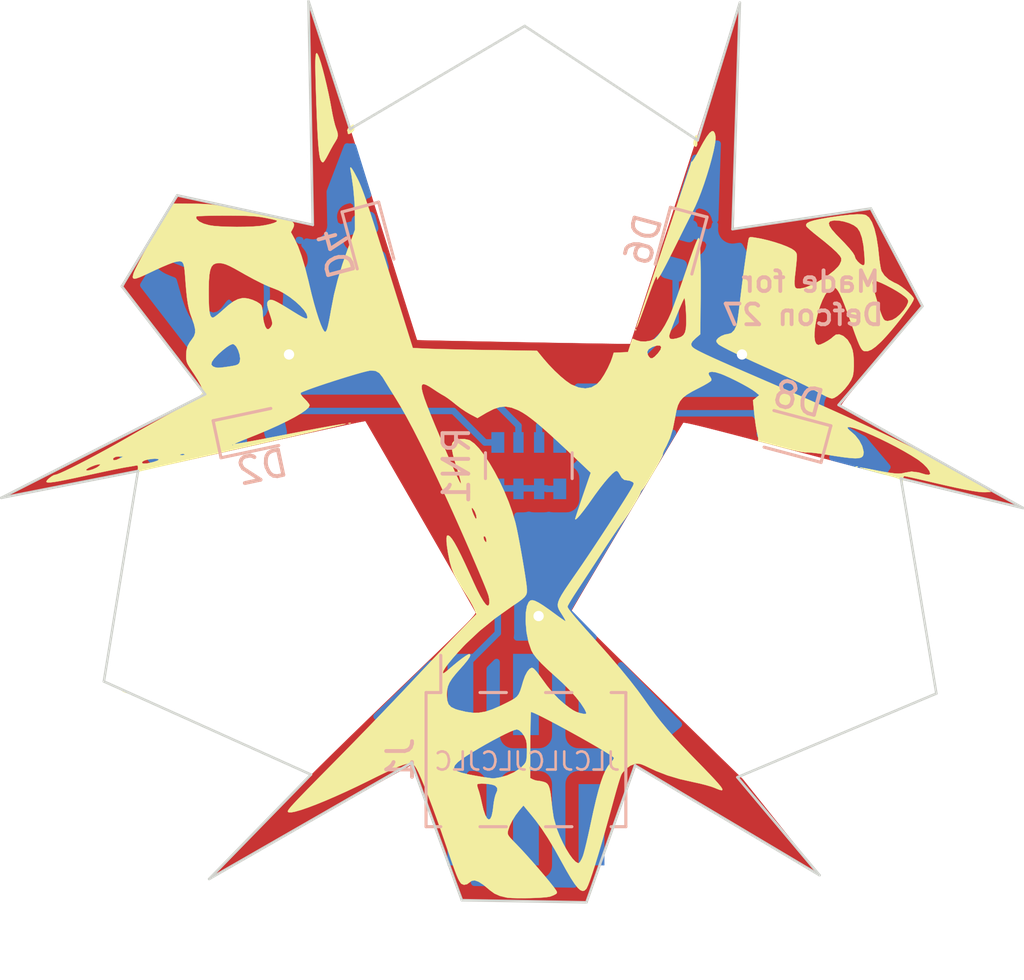
<source format=kicad_pcb>
(kicad_pcb (version 20171130) (host pcbnew 5.1.2)

  (general
    (thickness 1.6)
    (drawings 30)
    (tracks 27)
    (zones 0)
    (modules 11)
    (nets 11)
  )

  (page A4)
  (layers
    (0 F.Cu signal)
    (31 B.Cu signal)
    (32 B.Adhes user)
    (33 F.Adhes user)
    (34 B.Paste user)
    (35 F.Paste user)
    (36 B.SilkS user)
    (37 F.SilkS user hide)
    (38 B.Mask user)
    (39 F.Mask user)
    (40 Dwgs.User user)
    (41 Cmts.User user)
    (42 Eco1.User user)
    (43 Eco2.User user)
    (44 Edge.Cuts user)
    (45 Margin user)
    (46 B.CrtYd user)
    (47 F.CrtYd user)
    (48 B.Fab user)
    (49 F.Fab user)
  )

  (setup
    (last_trace_width 0.25)
    (trace_clearance 0.2)
    (zone_clearance 0.508)
    (zone_45_only no)
    (trace_min 0.2)
    (via_size 0.6)
    (via_drill 0.4)
    (via_min_size 0.4)
    (via_min_drill 0.3)
    (uvia_size 0.3)
    (uvia_drill 0.1)
    (uvias_allowed no)
    (uvia_min_size 0.2)
    (uvia_min_drill 0.1)
    (edge_width 0.15)
    (segment_width 0.2)
    (pcb_text_width 0.3)
    (pcb_text_size 1.5 1.5)
    (mod_edge_width 0.15)
    (mod_text_size 1 1)
    (mod_text_width 0.15)
    (pad_size 1.524 1.524)
    (pad_drill 0.762)
    (pad_to_mask_clearance 0.2)
    (aux_axis_origin 0 0)
    (visible_elements FFFFFF7F)
    (pcbplotparams
      (layerselection 0x010f4_ffffffff)
      (usegerberextensions false)
      (usegerberattributes false)
      (usegerberadvancedattributes false)
      (creategerberjobfile false)
      (excludeedgelayer true)
      (linewidth 0.100000)
      (plotframeref false)
      (viasonmask false)
      (mode 1)
      (useauxorigin false)
      (hpglpennumber 1)
      (hpglpenspeed 20)
      (hpglpendiameter 15.000000)
      (psnegative false)
      (psa4output false)
      (plotreference true)
      (plotvalue true)
      (plotinvisibletext false)
      (padsonsilk false)
      (subtractmaskfromsilk false)
      (outputformat 1)
      (mirror false)
      (drillshape 0)
      (scaleselection 1)
      (outputdirectory "gerbers/"))
  )

  (net 0 "")
  (net 1 VSS)
  (net 2 "Net-(D2-Pad2)")
  (net 3 "Net-(D4-Pad2)")
  (net 4 "Net-(D6-Pad2)")
  (net 5 "Net-(D8-Pad2)")
  (net 6 VCC)
  (net 7 "Net-(J1-Pad3)")
  (net 8 "Net-(J1-Pad4)")
  (net 9 "Net-(J1-Pad5)")
  (net 10 "Net-(J1-Pad6)")

  (net_class Default "This is the default net class."
    (clearance 0.2)
    (trace_width 0.25)
    (via_dia 0.6)
    (via_drill 0.4)
    (uvia_dia 0.3)
    (uvia_drill 0.1)
    (add_net "Net-(D2-Pad2)")
    (add_net "Net-(D4-Pad2)")
    (add_net "Net-(D6-Pad2)")
    (add_net "Net-(D8-Pad2)")
    (add_net "Net-(J1-Pad3)")
    (add_net "Net-(J1-Pad4)")
    (add_net "Net-(J1-Pad5)")
    (add_net "Net-(J1-Pad6)")
    (add_net VCC)
    (add_net VSS)
  )

  (module NFCBuisness:W (layer B.Cu) (tedit 0) (tstamp 5D1FFBEC)
    (at 140.53 90.93 180)
    (fp_text reference Ref** (at 0 0) (layer B.SilkS) hide
      (effects (font (size 1.27 1.27) (thickness 0.15)) (justify mirror))
    )
    (fp_text value Val** (at 0 0) (layer B.SilkS) hide
      (effects (font (size 1.27 1.27) (thickness 0.15)) (justify mirror))
    )
    (fp_poly (pts (xy -1.630587 2.420899) (xy -1.447524 2.328559) (xy -1.311592 2.194757) (xy -1.304211 2.183555)
      (xy -1.265704 2.11344) (xy -1.244213 2.038839) (xy -1.23774 1.938094) (xy -1.244287 1.789546)
      (xy -1.255088 1.651) (xy -1.268682 1.442824) (xy -1.279873 1.184894) (xy -1.287394 0.912114)
      (xy -1.289962 0.690936) (xy -1.289221 0.458958) (xy -1.284387 0.294975) (xy -1.273305 0.182336)
      (xy -1.25382 0.10439) (xy -1.223775 0.044488) (xy -1.202268 0.013603) (xy -1.116398 -0.071274)
      (xy -1.002822 -0.111004) (xy -0.929984 -0.119227) (xy -0.68211 -0.100096) (xy -0.454281 -0.00289)
      (xy -0.240656 0.175182) (xy -0.185776 0.236175) (xy -0.081108 0.349759) (xy 0.009066 0.431822)
      (xy 0.066141 0.465547) (xy 0.068112 0.465666) (xy 0.123755 0.432548) (xy 0.197182 0.348904)
      (xy 0.229505 0.301607) (xy 0.376869 0.110873) (xy 0.526913 -0.003226) (xy 0.674284 -0.03902)
      (xy 0.813631 0.005163) (xy 0.907971 0.089777) (xy 0.988653 0.198585) (xy 1.058934 0.326542)
      (xy 1.126082 0.490779) (xy 1.197364 0.708426) (xy 1.255985 0.910166) (xy 1.31545 1.12099)
      (xy 1.377683 1.340443) (xy 1.431333 1.528529) (xy 1.442246 1.566558) (xy 1.521416 1.84195)
      (xy 1.949565 2.005418) (xy 2.167567 2.084028) (xy 2.315998 2.126297) (xy 2.401001 2.133773)
      (xy 2.422145 2.124455) (xy 2.452677 2.065526) (xy 2.41974 2.005855) (xy 2.317286 1.940366)
      (xy 2.13927 1.863979) (xy 2.089887 1.8454) (xy 1.930263 1.78316) (xy 1.799296 1.726134)
      (xy 1.71927 1.684217) (xy 1.708527 1.676067) (xy 1.680315 1.619963) (xy 1.636526 1.498254)
      (xy 1.582553 1.327363) (xy 1.52379 1.123712) (xy 1.507251 1.063196) (xy 1.396737 0.68139)
      (xy 1.290651 0.376432) (xy 1.184846 0.140938) (xy 1.075173 -0.032475) (xy 0.957485 -0.15119)
      (xy 0.827635 -0.222591) (xy 0.776069 -0.238398) (xy 0.602379 -0.241191) (xy 0.418574 -0.174646)
      (xy 0.246259 -0.047924) (xy 0.192569 0.009056) (xy 0.041511 0.185533) (xy -0.128458 0.008645)
      (xy -0.312966 -0.157866) (xy -0.496288 -0.260737) (xy -0.709082 -0.314778) (xy -0.823587 -0.327186)
      (xy -0.981029 -0.333485) (xy -1.090094 -0.317957) (xy -1.185756 -0.27362) (xy -1.227666 -0.246552)
      (xy -1.355913 -0.118677) (xy -1.447302 0.068507) (xy -1.502345 0.318683) (xy -1.521551 0.635539)
      (xy -1.505431 1.022758) (xy -1.460818 1.436924) (xy -1.432055 1.688127) (xy -1.424811 1.871541)
      (xy -1.442863 2.002167) (xy -1.489991 2.095003) (xy -1.569973 2.165049) (xy -1.656298 2.212878)
      (xy -1.801342 2.257899) (xy -1.939703 2.239415) (xy -2.087459 2.15265) (xy -2.203421 2.05035)
      (xy -2.298884 1.96489) (xy -2.361491 1.934189) (xy -2.413708 1.94891) (xy -2.426473 1.957639)
      (xy -2.473927 2.002339) (xy -2.467648 2.051331) (xy -2.429475 2.110518) (xy -2.32004 2.223928)
      (xy -2.167499 2.330713) (xy -2.002595 2.413218) (xy -1.856072 2.453788) (xy -1.829026 2.455333)
      (xy -1.630587 2.420899)) (layer B.Cu) (width 0.01))
  )

  (module LOGO (layer F.Cu) (tedit 0) (tstamp 0)
    (at 151.59 96.71)
    (fp_text reference G*** (at 0 0) (layer F.SilkS) hide
      (effects (font (size 1.524 1.524) (thickness 0.3)))
    )
    (fp_text value LOGO (at 0.75 0) (layer F.SilkS) hide
      (effects (font (size 1.524 1.524) (thickness 0.3)))
    )
    (fp_poly (pts (xy 6.536578 -1.504909) (xy 6.653771 -1.476329) (xy 6.83954 -1.429357) (xy 7.08728 -1.365742)
      (xy 7.390386 -1.287233) (xy 7.742251 -1.19558) (xy 8.136272 -1.092534) (xy 8.565841 -0.979844)
      (xy 9.024354 -0.85926) (xy 9.505206 -0.732531) (xy 10.00179 -0.601408) (xy 10.507502 -0.46764)
      (xy 11.015736 -0.332977) (xy 11.519886 -0.199168) (xy 12.013347 -0.067965) (xy 12.489514 0.058884)
      (xy 12.941781 0.179629) (xy 13.363543 0.292519) (xy 13.748194 0.395806) (xy 14.089129 0.487739)
      (xy 14.379742 0.566569) (xy 14.613428 0.630545) (xy 14.783582 0.677918) (xy 14.883598 0.706938)
      (xy 14.908553 0.715552) (xy 14.919399 0.759953) (xy 14.942585 0.88093) (xy 14.976978 1.071626)
      (xy 15.021448 1.325186) (xy 15.074863 1.634754) (xy 15.13609 1.993473) (xy 15.203998 2.394488)
      (xy 15.277455 2.830944) (xy 15.35533 3.295983) (xy 15.43649 3.782751) (xy 15.519804 4.284392)
      (xy 15.604141 4.794049) (xy 15.688367 5.304867) (xy 15.771353 5.809989) (xy 15.851965 6.302561)
      (xy 15.929073 6.775725) (xy 16.001544 7.222627) (xy 16.068246 7.63641) (xy 16.128048 8.010219)
      (xy 16.179819 8.337197) (xy 16.222425 8.610489) (xy 16.254736 8.823238) (xy 16.27562 8.96859)
      (xy 16.283945 9.039688) (xy 16.283693 9.045751) (xy 16.24206 9.065305) (xy 16.128848 9.114777)
      (xy 15.950517 9.191451) (xy 15.71353 9.292609) (xy 15.424347 9.415535) (xy 15.08943 9.557513)
      (xy 14.715239 9.715826) (xy 14.308236 9.887757) (xy 13.874881 10.07059) (xy 13.421637 10.261609)
      (xy 12.954964 10.458097) (xy 12.481324 10.657337) (xy 12.007177 10.856613) (xy 11.538984 11.053208)
      (xy 11.083208 11.244406) (xy 10.646308 11.427491) (xy 10.234747 11.599745) (xy 9.854985 11.758452)
      (xy 9.513483 11.900895) (xy 9.216703 12.024359) (xy 8.971105 12.126126) (xy 8.783152 12.20348)
      (xy 8.659303 12.253705) (xy 8.606021 12.274083) (xy 8.604522 12.274398) (xy 8.570788 12.244864)
      (xy 8.480973 12.159456) (xy 8.338998 12.022034) (xy 8.148785 11.836459) (xy 7.914254 11.60659)
      (xy 7.639328 11.336289) (xy 7.327927 11.029415) (xy 6.983972 10.689829) (xy 6.611385 10.321391)
      (xy 6.214087 9.927961) (xy 5.795999 9.513399) (xy 5.361043 9.081566) (xy 5.340763 9.061419)
      (xy 4.827832 8.551664) (xy 4.37186 8.098088) (xy 3.969607 7.697333) (xy 3.617831 7.346044)
      (xy 3.313291 7.040865) (xy 3.052746 6.778441) (xy 2.832955 6.555415) (xy 2.650677 6.368431)
      (xy 2.50267 6.214133) (xy 2.385693 6.089166) (xy 2.296505 5.990173) (xy 2.231865 5.913799)
      (xy 2.188532 5.856687) (xy 2.163264 5.815482) (xy 2.15282 5.786828) (xy 2.15396 5.767368)
      (xy 2.155669 5.763556) (xy 2.184261 5.71418) (xy 2.252146 5.599027) (xy 2.355769 5.424058)
      (xy 2.491576 5.195235) (xy 2.656013 4.918519) (xy 2.845526 4.59987) (xy 3.05656 4.245249)
      (xy 3.285562 3.860618) (xy 3.528975 3.451937) (xy 3.783248 3.025168) (xy 4.044825 2.586271)
      (xy 4.310151 2.141207) (xy 4.575674 1.695938) (xy 4.837837 1.256424) (xy 5.093088 0.828627)
      (xy 5.337872 0.418507) (xy 5.568634 0.032025) (xy 5.781821 -0.324858) (xy 5.973877 -0.64618)
      (xy 6.141249 -0.92598) (xy 6.280383 -1.158299) (xy 6.387724 -1.337174) (xy 6.459717 -1.456644)
      (xy 6.49281 -1.51075) (xy 6.494567 -1.513345) (xy 6.536578 -1.504909)) (layer B.Mask) (width 0.01))
    (fp_poly (pts (xy -5.839786 -1.537952) (xy -5.815662 -1.49854) (xy -5.752834 -1.391708) (xy -5.654759 -1.223457)
      (xy -5.524895 -0.999791) (xy -5.366697 -0.726713) (xy -5.183623 -0.410223) (xy -4.97913 -0.056327)
      (xy -4.756674 0.328976) (xy -4.519713 0.73968) (xy -4.271702 1.169786) (xy -4.0161 1.613288)
      (xy -3.756363 2.064186) (xy -3.495947 2.516477) (xy -3.23831 2.964157) (xy -2.986909 3.401226)
      (xy -2.7452 3.821679) (xy -2.516639 4.219514) (xy -2.304685 4.58873) (xy -2.112794 4.923323)
      (xy -1.944423 5.217291) (xy -1.803028 5.464631) (xy -1.692067 5.659341) (xy -1.614996 5.795419)
      (xy -1.575272 5.866861) (xy -1.57416 5.868945) (xy -1.569326 5.887509) (xy -1.57448 5.913009)
      (xy -1.593154 5.949058) (xy -1.628885 5.999265) (xy -1.685205 6.067242) (xy -1.765648 6.156599)
      (xy -1.87375 6.270949) (xy -2.013044 6.4139) (xy -2.187064 6.589066) (xy -2.399344 6.800056)
      (xy -2.65342 7.050481) (xy -2.952824 7.343952) (xy -3.301091 7.684081) (xy -3.701755 8.074478)
      (xy -4.15835 8.518755) (xy -4.350832 8.705934) (xy -4.769409 9.112882) (xy -5.177525 9.509557)
      (xy -5.570177 9.891103) (xy -5.942362 10.252663) (xy -6.289078 10.589382) (xy -6.605323 10.896402)
      (xy -6.886093 11.168867) (xy -7.126388 11.40192) (xy -7.321203 11.590704) (xy -7.465536 11.730364)
      (xy -7.554385 11.816043) (xy -7.556751 11.818313) (xy -7.938002 12.18415) (xy -11.938251 10.384648)
      (xy -12.487104 10.137716) (xy -13.013844 9.900669) (xy -13.51338 9.675803) (xy -13.980621 9.465412)
      (xy -14.410477 9.271791) (xy -14.797855 9.097233) (xy -15.137666 8.944034) (xy -15.424818 8.814488)
      (xy -15.65422 8.710889) (xy -15.82078 8.635532) (xy -15.919409 8.590712) (xy -15.946027 8.578351)
      (xy -15.940824 8.536414) (xy -15.923049 8.417846) (xy -15.893825 8.229569) (xy -15.854275 7.978503)
      (xy -15.805523 7.671569) (xy -15.748691 7.315689) (xy -15.684901 6.917784) (xy -15.615278 6.484775)
      (xy -15.540944 6.023583) (xy -15.463022 5.541129) (xy -15.382634 5.044335) (xy -15.300904 4.54012)
      (xy -15.218955 4.035407) (xy -15.13791 3.537117) (xy -15.058891 3.05217) (xy -14.983022 2.587488)
      (xy -14.911425 2.149991) (xy -14.845224 1.746602) (xy -14.785541 1.38424) (xy -14.733499 1.069828)
      (xy -14.690222 0.810286) (xy -14.656831 0.612535) (xy -14.634451 0.483496) (xy -14.624204 0.430091)
      (xy -14.623814 0.429056) (xy -14.578623 0.414809) (xy -14.457582 0.383919) (xy -14.267255 0.337857)
      (xy -14.01421 0.278092) (xy -13.705012 0.206094) (xy -13.346227 0.123335) (xy -12.944422 0.031285)
      (xy -12.506162 -0.068587) (xy -12.038014 -0.174809) (xy -11.546544 -0.285911) (xy -11.038318 -0.400424)
      (xy -10.519903 -0.516876) (xy -9.997864 -0.633797) (xy -9.478768 -0.749718) (xy -8.96918 -0.863166)
      (xy -8.475667 -0.972673) (xy -8.004796 -1.076768) (xy -7.563131 -1.17398) (xy -7.15724 -1.26284)
      (xy -6.793688 -1.341876) (xy -6.479042 -1.409618) (xy -6.219868 -1.464597) (xy -6.022732 -1.505341)
      (xy -5.8942 -1.53038) (xy -5.840838 -1.538244) (xy -5.839786 -1.537952)) (layer B.Mask) (width 0.01))
    (fp_poly (pts (xy 0.400469 -16.759724) (xy 0.507496 -16.694076) (xy 0.67312 -16.589638) (xy 0.891318 -16.450353)
      (xy 1.156067 -16.280162) (xy 1.461347 -16.083007) (xy 1.801134 -15.862829) (xy 2.169407 -15.623572)
      (xy 2.560144 -15.369177) (xy 2.967323 -15.103585) (xy 3.384922 -14.830738) (xy 3.806918 -14.55458)
      (xy 4.22729 -14.27905) (xy 4.640015 -14.008092) (xy 5.039072 -13.745648) (xy 5.418439 -13.495658)
      (xy 5.772092 -13.262065) (xy 6.094012 -13.048811) (xy 6.378174 -12.859839) (xy 6.618558 -12.699088)
      (xy 6.809141 -12.570503) (xy 6.943902 -12.478024) (xy 7.016817 -12.425594) (xy 7.026259 -12.417773)
      (xy 7.016004 -12.37581) (xy 6.980661 -12.259022) (xy 6.922013 -12.072873) (xy 6.841844 -11.822827)
      (xy 6.74194 -11.514348) (xy 6.624083 -11.152899) (xy 6.490059 -10.743945) (xy 6.34165 -10.292949)
      (xy 6.180641 -9.805376) (xy 6.008816 -9.286689) (xy 5.82796 -8.742352) (xy 5.735349 -8.464213)
      (xy 4.424345 -4.529667) (xy 3.386923 -4.536174) (xy 3.167032 -4.538166) (xy 2.872444 -4.541784)
      (xy 2.513107 -4.546861) (xy 2.098971 -4.553234) (xy 1.639987 -4.560737) (xy 1.146102 -4.569206)
      (xy 0.627269 -4.578475) (xy 0.093435 -4.588379) (xy -0.44545 -4.598755) (xy -0.740833 -4.604611)
      (xy -1.244192 -4.614795) (xy -1.722314 -4.624658) (xy -2.168542 -4.634051) (xy -2.576219 -4.642825)
      (xy -2.938689 -4.650829) (xy -3.249294 -4.657916) (xy -3.501377 -4.663937) (xy -3.688282 -4.668741)
      (xy -3.80335 -4.672181) (xy -3.840054 -4.674018) (xy -3.854259 -4.714961) (xy -3.89162 -4.830135)
      (xy -3.950071 -5.012948) (xy -4.027546 -5.256808) (xy -4.121977 -5.555125) (xy -4.231299 -5.901306)
      (xy -4.353444 -6.28876) (xy -4.486346 -6.710895) (xy -4.627938 -7.16112) (xy -4.776154 -7.632843)
      (xy -4.928927 -8.119473) (xy -5.084191 -8.614418) (xy -5.239878 -9.111087) (xy -5.393923 -9.602888)
      (xy -5.544258 -10.083229) (xy -5.688818 -10.545519) (xy -5.825535 -10.983167) (xy -5.952342 -11.38958)
      (xy -6.067174 -11.758167) (xy -6.167964 -12.082338) (xy -6.252644 -12.355499) (xy -6.319149 -12.57106)
      (xy -6.365412 -12.722429) (xy -6.389366 -12.803014) (xy -6.392334 -12.81465) (xy -6.356737 -12.842752)
      (xy -6.254104 -12.909616) (xy -6.090666 -13.011581) (xy -5.872654 -13.144982) (xy -5.606302 -13.306156)
      (xy -5.297841 -13.491439) (xy -4.953505 -13.697169) (xy -4.579524 -13.919682) (xy -4.182131 -14.155314)
      (xy -3.767559 -14.400402) (xy -3.342039 -14.651283) (xy -2.911804 -14.904294) (xy -2.483086 -15.15577)
      (xy -2.062118 -15.402048) (xy -1.65513 -15.639466) (xy -1.268357 -15.864359) (xy -0.908029 -16.073065)
      (xy -0.580379 -16.261919) (xy -0.29164 -16.427259) (xy -0.048043 -16.565422) (xy 0.144179 -16.672742)
      (xy 0.278794 -16.745559) (xy 0.34957 -16.780207) (xy 0.358059 -16.78264) (xy 0.400469 -16.759724)) (layer B.Mask) (width 0.01))
  )

  (module LOGO (layer F.Cu) (tedit 0) (tstamp 0)
    (at 151.59 96.71)
    (fp_text reference G*** (at 0 0) (layer F.SilkS) hide
      (effects (font (size 1.524 1.524) (thickness 0.3)))
    )
    (fp_text value LOGO (at 0.75 0) (layer F.SilkS) hide
      (effects (font (size 1.524 1.524) (thickness 0.3)))
    )
    (fp_poly (pts (xy -7.97557 -17.614099) (xy -7.932076 -17.49118) (xy -7.866439 -17.297994) (xy -7.780341 -17.039773)
      (xy -7.675465 -16.721748) (xy -7.553497 -16.349152) (xy -7.416118 -15.927218) (xy -7.265014 -15.461176)
      (xy -7.101867 -14.95626) (xy -6.928361 -14.4177) (xy -6.74618 -13.850731) (xy -6.557007 -13.260582)
      (xy -6.362526 -12.652488) (xy -6.164421 -12.031679) (xy -5.964376 -11.403388) (xy -5.764073 -10.772847)
      (xy -5.565196 -10.145289) (xy -5.36943 -9.525944) (xy -5.178457 -8.920046) (xy -5.016448 -8.404505)
      (xy -4.846616 -7.863473) (xy -4.684018 -7.345921) (xy -4.530436 -6.857493) (xy -4.38765 -6.403835)
      (xy -4.257441 -5.99059) (xy -4.141591 -5.623402) (xy -4.04188 -5.307917) (xy -3.960089 -5.049778)
      (xy -3.898 -4.854629) (xy -3.857394 -4.728115) (xy -3.840051 -4.675881) (xy -3.839561 -4.674798)
      (xy -3.796608 -4.672845) (xy -3.676185 -4.669557) (xy -3.485473 -4.665068) (xy -3.231655 -4.659511)
      (xy -2.921915 -4.65302) (xy -2.563435 -4.645728) (xy -2.163397 -4.637768) (xy -1.728986 -4.629275)
      (xy -1.267383 -4.620381) (xy -0.785771 -4.611221) (xy -0.291333 -4.601928) (xy 0.208748 -4.592635)
      (xy 0.707289 -4.583476) (xy 1.197108 -4.574585) (xy 1.671021 -4.566095) (xy 2.121847 -4.55814)
      (xy 2.542401 -4.550853) (xy 2.925502 -4.544367) (xy 3.263967 -4.538817) (xy 3.550612 -4.534336)
      (xy 3.778255 -4.531057) (xy 3.939713 -4.529114) (xy 4.022572 -4.528618) (xy 4.425644 -4.529667)
      (xy 6.541405 -11.086997) (xy 6.773854 -11.807069) (xy 6.999333 -12.504854) (xy 7.216468 -13.176136)
      (xy 7.423886 -13.816697) (xy 7.620214 -14.42232) (xy 7.80408 -14.988787) (xy 7.974111 -15.511883)
      (xy 8.128933 -15.987388) (xy 8.267174 -16.411086) (xy 8.387461 -16.778759) (xy 8.488421 -17.086191)
      (xy 8.568681 -17.329164) (xy 8.626869 -17.50346) (xy 8.66161 -17.604862) (xy 8.671648 -17.630654)
      (xy 8.672321 -17.587357) (xy 8.670367 -17.465083) (xy 8.665947 -17.269474) (xy 8.659224 -17.006174)
      (xy 8.650359 -16.680826) (xy 8.639516 -16.299072) (xy 8.626856 -15.866556) (xy 8.612542 -15.388922)
      (xy 8.596735 -14.871811) (xy 8.579597 -14.320868) (xy 8.561292 -13.741735) (xy 8.547705 -13.317462)
      (xy 8.528784 -12.72145) (xy 8.511147 -12.149404) (xy 8.494939 -11.606989) (xy 8.480307 -11.099871)
      (xy 8.467396 -10.633717) (xy 8.456353 -10.214193) (xy 8.447324 -9.846964) (xy 8.440454 -9.537698)
      (xy 8.435889 -9.29206) (xy 8.433776 -9.115716) (xy 8.43426 -9.014333) (xy 8.43624 -8.990982)
      (xy 8.481759 -8.992308) (xy 8.603768 -9.005361) (xy 8.795052 -9.02915) (xy 9.048396 -9.062683)
      (xy 9.356583 -9.104967) (xy 9.712399 -9.155012) (xy 10.108628 -9.211823) (xy 10.538055 -9.274411)
      (xy 10.993464 -9.341783) (xy 11.057851 -9.351386) (xy 11.517611 -9.419856) (xy 11.95337 -9.484424)
      (xy 12.357774 -9.544022) (xy 12.723471 -9.597581) (xy 13.043107 -9.644034) (xy 13.309328 -9.682312)
      (xy 13.514782 -9.711348) (xy 13.652114 -9.730073) (xy 13.713972 -9.73742) (xy 13.716 -9.737485)
      (xy 13.745806 -9.701129) (xy 13.809931 -9.598292) (xy 13.903722 -9.437661) (xy 14.022528 -9.227919)
      (xy 14.161697 -8.977752) (xy 14.316577 -8.695844) (xy 14.482516 -8.390882) (xy 14.654864 -8.071549)
      (xy 14.828967 -7.746531) (xy 15.000175 -7.424513) (xy 15.163835 -7.11418) (xy 15.315297 -6.824216)
      (xy 15.449907 -6.563307) (xy 15.563016 -6.340138) (xy 15.64997 -6.163394) (xy 15.706118 -6.041759)
      (xy 15.726808 -5.983919) (xy 15.726833 -5.983154) (xy 15.700151 -5.941611) (xy 15.623318 -5.841521)
      (xy 15.501152 -5.688735) (xy 15.338473 -5.489102) (xy 15.140099 -5.248471) (xy 14.91085 -4.972691)
      (xy 14.655545 -4.667611) (xy 14.379003 -4.339081) (xy 14.124271 -4.038011) (xy 13.765657 -3.614197)
      (xy 13.460011 -3.250803) (xy 13.204629 -2.94446) (xy 12.99681 -2.6918) (xy 12.833848 -2.489452)
      (xy 12.713041 -2.334048) (xy 12.631685 -2.22222) (xy 12.587078 -2.150596) (xy 12.576514 -2.11581)
      (xy 12.579105 -2.112323) (xy 12.623632 -2.086872) (xy 12.736855 -2.023066) (xy 12.913544 -1.923833)
      (xy 13.148474 -1.792099) (xy 13.436416 -1.630789) (xy 13.772144 -1.442831) (xy 14.150432 -1.231149)
      (xy 14.56605 -0.998672) (xy 15.013773 -0.748324) (xy 15.488374 -0.483032) (xy 15.984624 -0.205722)
      (xy 16.097707 -0.142542) (xy 16.596308 0.136262) (xy 17.073083 0.403334) (xy 17.522944 0.655796)
      (xy 17.940803 0.89077) (xy 18.321572 1.105381) (xy 18.660162 1.296751) (xy 18.951485 1.462003)
      (xy 19.190454 1.598261) (xy 19.371979 1.702646) (xy 19.490973 1.772283) (xy 19.542347 1.804295)
      (xy 19.544037 1.806073) (xy 19.497424 1.802165) (xy 19.374374 1.778218) (xy 19.180367 1.735608)
      (xy 18.920879 1.67571) (xy 18.601389 1.599899) (xy 18.227374 1.50955) (xy 17.804313 1.40604)
      (xy 17.337684 1.290743) (xy 16.832963 1.165035) (xy 16.29563 1.030291) (xy 15.731162 0.887887)
      (xy 15.145037 0.739197) (xy 14.542732 0.585598) (xy 13.929727 0.428464) (xy 13.311498 0.269171)
      (xy 12.693523 0.109094) (xy 12.081281 -0.050391) (xy 11.480249 -0.207909) (xy 10.895906 -0.362084)
      (xy 10.671771 -0.421527) (xy 9.966279 -0.608663) (xy 9.338638 -0.774567) (xy 8.784996 -0.920203)
      (xy 8.3015 -1.046535) (xy 7.884298 -1.154527) (xy 7.529535 -1.245144) (xy 7.233358 -1.319351)
      (xy 6.991916 -1.378111) (xy 6.801354 -1.422389) (xy 6.657819 -1.45315) (xy 6.557459 -1.471357)
      (xy 6.496421 -1.477976) (xy 6.470851 -1.47397) (xy 6.470171 -1.473143) (xy 6.421773 -1.395354)
      (xy 6.335921 -1.254118) (xy 6.21616 -1.055406) (xy 6.066033 -0.80519) (xy 5.889084 -0.509441)
      (xy 5.688855 -0.174131) (xy 5.46889 0.194769) (xy 5.232734 0.591288) (xy 4.983928 1.009453)
      (xy 4.726017 1.443294) (xy 4.462544 1.886839) (xy 4.197053 2.334116) (xy 3.933086 2.779155)
      (xy 3.674188 3.215983) (xy 3.423901 3.638629) (xy 3.18577 4.041123) (xy 2.963337 4.417491)
      (xy 2.760146 4.761764) (xy 2.579741 5.067969) (xy 2.425665 5.330134) (xy 2.301461 5.54229)
      (xy 2.210673 5.698463) (xy 2.156844 5.792683) (xy 2.142771 5.81946) (xy 2.17183 5.855206)
      (xy 2.25776 5.946075) (xy 2.396678 6.088218) (xy 2.584702 6.277787) (xy 2.817951 6.510935)
      (xy 3.09254 6.783812) (xy 3.404589 7.092572) (xy 3.750214 7.433365) (xy 4.125534 7.802345)
      (xy 4.526666 8.195662) (xy 4.949727 8.609469) (xy 5.390836 9.039919) (xy 5.457849 9.105226)
      (xy 8.777865 12.340167) (xy 10.216099 14.139333) (xy 10.488137 14.479704) (xy 10.745055 14.80128)
      (xy 10.981843 15.097783) (xy 11.193494 15.362935) (xy 11.374997 15.590457) (xy 11.521344 15.774072)
      (xy 11.627525 15.907502) (xy 11.688533 15.984469) (xy 11.700916 16.000325) (xy 11.710672 16.013015)
      (xy 11.717315 16.023074) (xy 11.716787 16.02813) (xy 11.705029 16.025815) (xy 11.677982 16.01376)
      (xy 11.631585 15.989593) (xy 11.561782 15.950947) (xy 11.464511 15.89545) (xy 11.335714 15.820734)
      (xy 11.171332 15.724429) (xy 10.967306 15.604165) (xy 10.719576 15.457573) (xy 10.424083 15.282283)
      (xy 10.076769 15.075925) (xy 9.673574 14.836129) (xy 9.210438 14.560527) (xy 8.683303 14.246748)
      (xy 8.08811 13.892423) (xy 7.987143 13.832317) (xy 7.501012 13.543245) (xy 7.035754 13.267216)
      (xy 6.596486 13.007231) (xy 6.188324 12.766289) (xy 5.816386 12.547389) (xy 5.485787 12.353531)
      (xy 5.201644 12.187714) (xy 4.969074 12.052938) (xy 4.793193 11.952202) (xy 4.679119 11.888505)
      (xy 4.631966 11.864848) (xy 4.631028 11.86486) (xy 4.614807 11.905966) (xy 4.573159 12.018811)
      (xy 4.508959 12.195339) (xy 4.425082 12.427491) (xy 4.324401 12.707211) (xy 4.209792 13.026441)
      (xy 4.084128 13.377124) (xy 3.950284 13.751203) (xy 3.811134 14.14062) (xy 3.669552 14.537319)
      (xy 3.528413 14.933241) (xy 3.390591 15.320329) (xy 3.258961 15.690527) (xy 3.136396 16.035777)
      (xy 3.025772 16.348021) (xy 2.929962 16.619203) (xy 2.85184 16.841264) (xy 2.794282 17.006148)
      (xy 2.760161 17.105798) (xy 2.751667 17.133063) (xy 2.739948 17.136395) (xy 2.701191 17.138708)
      (xy 2.629991 17.139931) (xy 2.520947 17.139989) (xy 2.368654 17.138811) (xy 2.167709 17.136323)
      (xy 1.912709 17.132453) (xy 1.598252 17.127129) (xy 1.218933 17.120277) (xy 0.769349 17.111825)
      (xy 0.244099 17.1017) (xy -0.147878 17.094042) (xy -0.541484 17.085687) (xy -0.908827 17.076668)
      (xy -1.241297 17.067286) (xy -1.530284 17.057839) (xy -1.767176 17.048627) (xy -1.943364 17.039951)
      (xy -2.050238 17.032109) (xy -2.079952 17.026755) (xy -2.098815 16.982801) (xy -2.144082 16.86598)
      (xy -2.213264 16.683005) (xy -2.30387 16.440595) (xy -2.413411 16.145463) (xy -2.539396 15.804325)
      (xy -2.679336 15.423898) (xy -2.830739 15.010897) (xy -2.991117 14.572037) (xy -3.048569 14.4145)
      (xy -3.211575 13.967676) (xy -3.366437 13.54392) (xy -3.510662 13.150004) (xy -3.641758 12.792702)
      (xy -3.757232 12.478787) (xy -3.854591 12.215031) (xy -3.931343 12.008208) (xy -3.984994 11.865091)
      (xy -4.013052 11.792453) (xy -4.016328 11.784998) (xy -4.057022 11.798075) (xy -4.168459 11.852618)
      (xy -4.348313 11.947329) (xy -4.594255 12.080907) (xy -4.903957 12.252052) (xy -5.275093 12.459463)
      (xy -5.705335 12.70184) (xy -6.192354 12.977884) (xy -6.733824 13.286293) (xy -7.327417 13.625768)
      (xy -7.908301 13.959086) (xy -8.434435 14.261212) (xy -8.939703 14.550941) (xy -9.419298 14.825539)
      (xy -9.868414 15.082273) (xy -10.282244 15.318409) (xy -10.655981 15.531212) (xy -10.984817 15.71795)
      (xy -11.263947 15.875888) (xy -11.488563 16.002292) (xy -11.653858 16.094429) (xy -11.755027 16.149564)
      (xy -11.787336 16.165255) (xy -11.761145 16.132976) (xy -11.681017 16.044853) (xy -11.551784 15.905988)
      (xy -11.378281 15.721484) (xy -11.16534 15.496443) (xy -10.917793 15.235968) (xy -10.640474 14.945163)
      (xy -10.338215 14.629129) (xy -10.015849 14.292969) (xy -9.890369 14.162351) (xy -9.454315 13.710919)
      (xy -9.011656 13.257342) (xy -8.55592 12.795204) (xy -8.080635 12.318084) (xy -7.57933 11.819566)
      (xy -7.045534 11.29323) (xy -6.472774 10.732658) (xy -5.85458 10.131432) (xy -5.18448 9.483133)
      (xy -4.752936 9.067081) (xy -4.237706 8.570786) (xy -3.780237 8.129744) (xy -3.377191 7.740598)
      (xy -3.025229 7.399988) (xy -2.721014 7.104557) (xy -2.461207 6.850947) (xy -2.24247 6.635798)
      (xy -2.061464 6.455754) (xy -1.914853 6.307454) (xy -1.799296 6.187542) (xy -1.711458 6.092659)
      (xy -1.647998 6.019446) (xy -1.605579 5.964545) (xy -1.580863 5.924598) (xy -1.570511 5.896246)
      (xy -1.571186 5.876132) (xy -1.574097 5.869063) (xy -1.611226 5.80215) (xy -1.685925 5.670206)
      (xy -1.794739 5.479232) (xy -1.934211 5.235232) (xy -2.100884 4.944207) (xy -2.291301 4.612159)
      (xy -2.502007 4.245092) (xy -2.729544 3.849006) (xy -2.970457 3.429906) (xy -3.221288 2.993793)
      (xy -3.478582 2.546669) (xy -3.738881 2.094537) (xy -3.998729 1.643398) (xy -4.254671 1.199257)
      (xy -4.503248 0.768114) (xy -4.741005 0.355972) (xy -4.964486 -0.031167) (xy -5.170233 -0.3873)
      (xy -5.354791 -0.706425) (xy -5.514702 -0.982539) (xy -5.64651 -1.20964) (xy -5.746759 -1.381727)
      (xy -5.811993 -1.492796) (xy -5.838754 -1.536845) (xy -5.839086 -1.537253) (xy -5.884088 -1.532728)
      (xy -6.006191 -1.510442) (xy -6.199977 -1.471576) (xy -6.460029 -1.417309) (xy -6.780927 -1.348822)
      (xy -7.157253 -1.267296) (xy -7.583588 -1.17391) (xy -8.054514 -1.069847) (xy -8.564612 -0.956285)
      (xy -9.108463 -0.834407) (xy -9.68065 -0.705391) (xy -10.249453 -0.5764) (xy -11.332169 -0.331612)
      (xy -12.374293 -0.098853) (xy -13.369625 0.120536) (xy -14.311966 0.325217) (xy -15.195117 0.513851)
      (xy -16.012878 0.685098) (xy -16.75905 0.837619) (xy -17.224811 0.93043) (xy -17.681318 1.020076)
      (xy -18.112654 1.10435) (xy -18.511748 1.181899) (xy -18.871532 1.25137) (xy -19.184934 1.311411)
      (xy -19.444884 1.360666) (xy -19.644311 1.397784) (xy -19.776147 1.42141) (xy -19.833319 1.430192)
      (xy -19.835151 1.430078) (xy -19.79987 1.40967) (xy -19.69406 1.353483) (xy -19.522688 1.264064)
      (xy -19.290718 1.143964) (xy -19.003117 0.995732) (xy -18.66485 0.821916) (xy -18.280883 0.625066)
      (xy -17.85618 0.40773) (xy -17.395709 0.172459) (xy -16.904434 -0.0782) (xy -16.387321 -0.341696)
      (xy -15.968528 -0.554853) (xy -15.434015 -0.827078) (xy -14.921066 -1.088907) (xy -14.434692 -1.337752)
      (xy -13.979901 -1.571024) (xy -13.561702 -1.786133) (xy -13.185103 -1.980492) (xy -12.855115 -2.15151)
      (xy -12.576745 -2.2966) (xy -12.355003 -2.413172) (xy -12.194897 -2.498637) (xy -12.101437 -2.550407)
      (xy -12.078037 -2.565686) (xy -12.10105 -2.605037) (xy -12.171582 -2.705363) (xy -12.285205 -2.86078)
      (xy -12.437493 -3.065404) (xy -12.624019 -3.313352) (xy -12.840355 -3.59874) (xy -13.082074 -3.915684)
      (xy -13.34475 -4.258301) (xy -13.623956 -4.620705) (xy -13.635382 -4.6355) (xy -13.915995 -4.999147)
      (xy -14.181184 -5.343477) (xy -14.426415 -5.662559) (xy -14.647152 -5.950459) (xy -14.838862 -6.201247)
      (xy -14.99701 -6.40899) (xy -15.117061 -6.567756) (xy -15.194482 -6.671612) (xy -15.224737 -6.714627)
      (xy -15.224866 -6.714909) (xy -15.207693 -6.759757) (xy -15.15092 -6.867845) (xy -15.059758 -7.030576)
      (xy -14.939416 -7.239356) (xy -14.795106 -7.485587) (xy -14.632037 -7.760673) (xy -14.45542 -8.056019)
      (xy -14.270466 -8.363027) (xy -14.082385 -8.673101) (xy -13.896386 -8.977646) (xy -13.717682 -9.268065)
      (xy -13.551481 -9.535762) (xy -13.402995 -9.772141) (xy -13.277433 -9.968604) (xy -13.180007 -10.116557)
      (xy -13.115926 -10.207403) (xy -13.092398 -10.233107) (xy -13.04227 -10.228065) (xy -12.916696 -10.206257)
      (xy -12.722907 -10.169168) (xy -12.468133 -10.118278) (xy -12.159605 -10.055073) (xy -11.804554 -9.981036)
      (xy -11.41021 -9.897648) (xy -10.983805 -9.806395) (xy -10.532568 -9.708758) (xy -10.473027 -9.695798)
      (xy -10.020208 -9.597611) (xy -9.592153 -9.505669) (xy -9.195977 -9.42144) (xy -8.838794 -9.346397)
      (xy -8.527719 -9.28201) (xy -8.269866 -9.229749) (xy -8.07235 -9.191085) (xy -7.942286 -9.16749)
      (xy -7.886788 -9.160434) (xy -7.885369 -9.160853) (xy -7.882865 -9.205572) (xy -7.881987 -9.329246)
      (xy -7.882661 -9.526181) (xy -7.884812 -9.790682) (xy -7.888363 -10.117055) (xy -7.89324 -10.499605)
      (xy -7.899367 -10.932639) (xy -7.906668 -11.410461) (xy -7.91507 -11.927378) (xy -7.924495 -12.477695)
      (xy -7.934868 -13.055717) (xy -7.941976 -13.43782) (xy -7.95287 -14.029267) (xy -7.962805 -14.595743)
      (xy -7.971709 -15.131647) (xy -7.979513 -15.631379) (xy -7.986144 -16.089339) (xy -7.991533 -16.499928)
      (xy -7.99561 -16.857544) (xy -7.998302 -17.156589) (xy -7.999541 -17.391462) (xy -7.999254 -17.556562)
      (xy -7.997373 -17.646291) (xy -7.995235 -17.661517) (xy -7.97557 -17.614099)) (layer F.Cu) (width 0.01))
  )

  (module LOGO (layer F.Cu) (tedit 0) (tstamp 0)
    (at 151.59 96.71)
    (fp_text reference G*** (at 0 0) (layer F.SilkS) hide
      (effects (font (size 1.524 1.524) (thickness 0.3)))
    )
    (fp_text value LOGO (at 0.75 0) (layer F.SilkS) hide
      (effects (font (size 1.524 1.524) (thickness 0.3)))
    )
    (fp_poly (pts (xy 6.536578 -1.504909) (xy 6.653771 -1.476329) (xy 6.83954 -1.429357) (xy 7.08728 -1.365742)
      (xy 7.390386 -1.287233) (xy 7.742251 -1.19558) (xy 8.136272 -1.092534) (xy 8.565841 -0.979844)
      (xy 9.024354 -0.85926) (xy 9.505206 -0.732531) (xy 10.00179 -0.601408) (xy 10.507502 -0.46764)
      (xy 11.015736 -0.332977) (xy 11.519886 -0.199168) (xy 12.013347 -0.067965) (xy 12.489514 0.058884)
      (xy 12.941781 0.179629) (xy 13.363543 0.292519) (xy 13.748194 0.395806) (xy 14.089129 0.487739)
      (xy 14.379742 0.566569) (xy 14.613428 0.630545) (xy 14.783582 0.677918) (xy 14.883598 0.706938)
      (xy 14.908553 0.715552) (xy 14.919399 0.759953) (xy 14.942585 0.88093) (xy 14.976978 1.071626)
      (xy 15.021448 1.325186) (xy 15.074863 1.634754) (xy 15.13609 1.993473) (xy 15.203998 2.394488)
      (xy 15.277455 2.830944) (xy 15.35533 3.295983) (xy 15.43649 3.782751) (xy 15.519804 4.284392)
      (xy 15.604141 4.794049) (xy 15.688367 5.304867) (xy 15.771353 5.809989) (xy 15.851965 6.302561)
      (xy 15.929073 6.775725) (xy 16.001544 7.222627) (xy 16.068246 7.63641) (xy 16.128048 8.010219)
      (xy 16.179819 8.337197) (xy 16.222425 8.610489) (xy 16.254736 8.823238) (xy 16.27562 8.96859)
      (xy 16.283945 9.039688) (xy 16.283693 9.045751) (xy 16.24206 9.065305) (xy 16.128848 9.114777)
      (xy 15.950517 9.191451) (xy 15.71353 9.292609) (xy 15.424347 9.415535) (xy 15.08943 9.557513)
      (xy 14.715239 9.715826) (xy 14.308236 9.887757) (xy 13.874881 10.07059) (xy 13.421637 10.261609)
      (xy 12.954964 10.458097) (xy 12.481324 10.657337) (xy 12.007177 10.856613) (xy 11.538984 11.053208)
      (xy 11.083208 11.244406) (xy 10.646308 11.427491) (xy 10.234747 11.599745) (xy 9.854985 11.758452)
      (xy 9.513483 11.900895) (xy 9.216703 12.024359) (xy 8.971105 12.126126) (xy 8.783152 12.20348)
      (xy 8.659303 12.253705) (xy 8.606021 12.274083) (xy 8.604522 12.274398) (xy 8.570788 12.244864)
      (xy 8.480973 12.159456) (xy 8.338998 12.022034) (xy 8.148785 11.836459) (xy 7.914254 11.60659)
      (xy 7.639328 11.336289) (xy 7.327927 11.029415) (xy 6.983972 10.689829) (xy 6.611385 10.321391)
      (xy 6.214087 9.927961) (xy 5.795999 9.513399) (xy 5.361043 9.081566) (xy 5.340763 9.061419)
      (xy 4.827832 8.551664) (xy 4.37186 8.098088) (xy 3.969607 7.697333) (xy 3.617831 7.346044)
      (xy 3.313291 7.040865) (xy 3.052746 6.778441) (xy 2.832955 6.555415) (xy 2.650677 6.368431)
      (xy 2.50267 6.214133) (xy 2.385693 6.089166) (xy 2.296505 5.990173) (xy 2.231865 5.913799)
      (xy 2.188532 5.856687) (xy 2.163264 5.815482) (xy 2.15282 5.786828) (xy 2.15396 5.767368)
      (xy 2.155669 5.763556) (xy 2.184261 5.71418) (xy 2.252146 5.599027) (xy 2.355769 5.424058)
      (xy 2.491576 5.195235) (xy 2.656013 4.918519) (xy 2.845526 4.59987) (xy 3.05656 4.245249)
      (xy 3.285562 3.860618) (xy 3.528975 3.451937) (xy 3.783248 3.025168) (xy 4.044825 2.586271)
      (xy 4.310151 2.141207) (xy 4.575674 1.695938) (xy 4.837837 1.256424) (xy 5.093088 0.828627)
      (xy 5.337872 0.418507) (xy 5.568634 0.032025) (xy 5.781821 -0.324858) (xy 5.973877 -0.64618)
      (xy 6.141249 -0.92598) (xy 6.280383 -1.158299) (xy 6.387724 -1.337174) (xy 6.459717 -1.456644)
      (xy 6.49281 -1.51075) (xy 6.494567 -1.513345) (xy 6.536578 -1.504909)) (layer F.Mask) (width 0.01))
    (fp_poly (pts (xy -5.839786 -1.537952) (xy -5.815662 -1.49854) (xy -5.752834 -1.391708) (xy -5.654759 -1.223457)
      (xy -5.524895 -0.999791) (xy -5.366697 -0.726713) (xy -5.183623 -0.410223) (xy -4.97913 -0.056327)
      (xy -4.756674 0.328976) (xy -4.519713 0.73968) (xy -4.271702 1.169786) (xy -4.0161 1.613288)
      (xy -3.756363 2.064186) (xy -3.495947 2.516477) (xy -3.23831 2.964157) (xy -2.986909 3.401226)
      (xy -2.7452 3.821679) (xy -2.516639 4.219514) (xy -2.304685 4.58873) (xy -2.112794 4.923323)
      (xy -1.944423 5.217291) (xy -1.803028 5.464631) (xy -1.692067 5.659341) (xy -1.614996 5.795419)
      (xy -1.575272 5.866861) (xy -1.57416 5.868945) (xy -1.569326 5.887509) (xy -1.57448 5.913009)
      (xy -1.593154 5.949058) (xy -1.628885 5.999265) (xy -1.685205 6.067242) (xy -1.765648 6.156599)
      (xy -1.87375 6.270949) (xy -2.013044 6.4139) (xy -2.187064 6.589066) (xy -2.399344 6.800056)
      (xy -2.65342 7.050481) (xy -2.952824 7.343952) (xy -3.301091 7.684081) (xy -3.701755 8.074478)
      (xy -4.15835 8.518755) (xy -4.350832 8.705934) (xy -4.769409 9.112882) (xy -5.177525 9.509557)
      (xy -5.570177 9.891103) (xy -5.942362 10.252663) (xy -6.289078 10.589382) (xy -6.605323 10.896402)
      (xy -6.886093 11.168867) (xy -7.126388 11.40192) (xy -7.321203 11.590704) (xy -7.465536 11.730364)
      (xy -7.554385 11.816043) (xy -7.556751 11.818313) (xy -7.938002 12.18415) (xy -11.938251 10.384648)
      (xy -12.487104 10.137716) (xy -13.013844 9.900669) (xy -13.51338 9.675803) (xy -13.980621 9.465412)
      (xy -14.410477 9.271791) (xy -14.797855 9.097233) (xy -15.137666 8.944034) (xy -15.424818 8.814488)
      (xy -15.65422 8.710889) (xy -15.82078 8.635532) (xy -15.919409 8.590712) (xy -15.946027 8.578351)
      (xy -15.940824 8.536414) (xy -15.923049 8.417846) (xy -15.893825 8.229569) (xy -15.854275 7.978503)
      (xy -15.805523 7.671569) (xy -15.748691 7.315689) (xy -15.684901 6.917784) (xy -15.615278 6.484775)
      (xy -15.540944 6.023583) (xy -15.463022 5.541129) (xy -15.382634 5.044335) (xy -15.300904 4.54012)
      (xy -15.218955 4.035407) (xy -15.13791 3.537117) (xy -15.058891 3.05217) (xy -14.983022 2.587488)
      (xy -14.911425 2.149991) (xy -14.845224 1.746602) (xy -14.785541 1.38424) (xy -14.733499 1.069828)
      (xy -14.690222 0.810286) (xy -14.656831 0.612535) (xy -14.634451 0.483496) (xy -14.624204 0.430091)
      (xy -14.623814 0.429056) (xy -14.578623 0.414809) (xy -14.457582 0.383919) (xy -14.267255 0.337857)
      (xy -14.01421 0.278092) (xy -13.705012 0.206094) (xy -13.346227 0.123335) (xy -12.944422 0.031285)
      (xy -12.506162 -0.068587) (xy -12.038014 -0.174809) (xy -11.546544 -0.285911) (xy -11.038318 -0.400424)
      (xy -10.519903 -0.516876) (xy -9.997864 -0.633797) (xy -9.478768 -0.749718) (xy -8.96918 -0.863166)
      (xy -8.475667 -0.972673) (xy -8.004796 -1.076768) (xy -7.563131 -1.17398) (xy -7.15724 -1.26284)
      (xy -6.793688 -1.341876) (xy -6.479042 -1.409618) (xy -6.219868 -1.464597) (xy -6.022732 -1.505341)
      (xy -5.8942 -1.53038) (xy -5.840838 -1.538244) (xy -5.839786 -1.537952)) (layer F.Mask) (width 0.01))
    (fp_poly (pts (xy 0.400469 -16.759724) (xy 0.507496 -16.694076) (xy 0.67312 -16.589638) (xy 0.891318 -16.450353)
      (xy 1.156067 -16.280162) (xy 1.461347 -16.083007) (xy 1.801134 -15.862829) (xy 2.169407 -15.623572)
      (xy 2.560144 -15.369177) (xy 2.967323 -15.103585) (xy 3.384922 -14.830738) (xy 3.806918 -14.55458)
      (xy 4.22729 -14.27905) (xy 4.640015 -14.008092) (xy 5.039072 -13.745648) (xy 5.418439 -13.495658)
      (xy 5.772092 -13.262065) (xy 6.094012 -13.048811) (xy 6.378174 -12.859839) (xy 6.618558 -12.699088)
      (xy 6.809141 -12.570503) (xy 6.943902 -12.478024) (xy 7.016817 -12.425594) (xy 7.026259 -12.417773)
      (xy 7.016004 -12.37581) (xy 6.980661 -12.259022) (xy 6.922013 -12.072873) (xy 6.841844 -11.822827)
      (xy 6.74194 -11.514348) (xy 6.624083 -11.152899) (xy 6.490059 -10.743945) (xy 6.34165 -10.292949)
      (xy 6.180641 -9.805376) (xy 6.008816 -9.286689) (xy 5.82796 -8.742352) (xy 5.735349 -8.464213)
      (xy 4.424345 -4.529667) (xy 3.386923 -4.536174) (xy 3.167032 -4.538166) (xy 2.872444 -4.541784)
      (xy 2.513107 -4.546861) (xy 2.098971 -4.553234) (xy 1.639987 -4.560737) (xy 1.146102 -4.569206)
      (xy 0.627269 -4.578475) (xy 0.093435 -4.588379) (xy -0.44545 -4.598755) (xy -0.740833 -4.604611)
      (xy -1.244192 -4.614795) (xy -1.722314 -4.624658) (xy -2.168542 -4.634051) (xy -2.576219 -4.642825)
      (xy -2.938689 -4.650829) (xy -3.249294 -4.657916) (xy -3.501377 -4.663937) (xy -3.688282 -4.668741)
      (xy -3.80335 -4.672181) (xy -3.840054 -4.674018) (xy -3.854259 -4.714961) (xy -3.89162 -4.830135)
      (xy -3.950071 -5.012948) (xy -4.027546 -5.256808) (xy -4.121977 -5.555125) (xy -4.231299 -5.901306)
      (xy -4.353444 -6.28876) (xy -4.486346 -6.710895) (xy -4.627938 -7.16112) (xy -4.776154 -7.632843)
      (xy -4.928927 -8.119473) (xy -5.084191 -8.614418) (xy -5.239878 -9.111087) (xy -5.393923 -9.602888)
      (xy -5.544258 -10.083229) (xy -5.688818 -10.545519) (xy -5.825535 -10.983167) (xy -5.952342 -11.38958)
      (xy -6.067174 -11.758167) (xy -6.167964 -12.082338) (xy -6.252644 -12.355499) (xy -6.319149 -12.57106)
      (xy -6.365412 -12.722429) (xy -6.389366 -12.803014) (xy -6.392334 -12.81465) (xy -6.356737 -12.842752)
      (xy -6.254104 -12.909616) (xy -6.090666 -13.011581) (xy -5.872654 -13.144982) (xy -5.606302 -13.306156)
      (xy -5.297841 -13.491439) (xy -4.953505 -13.697169) (xy -4.579524 -13.919682) (xy -4.182131 -14.155314)
      (xy -3.767559 -14.400402) (xy -3.342039 -14.651283) (xy -2.911804 -14.904294) (xy -2.483086 -15.15577)
      (xy -2.062118 -15.402048) (xy -1.65513 -15.639466) (xy -1.268357 -15.864359) (xy -0.908029 -16.073065)
      (xy -0.580379 -16.261919) (xy -0.29164 -16.427259) (xy -0.048043 -16.565422) (xy 0.144179 -16.672742)
      (xy 0.278794 -16.745559) (xy 0.34957 -16.780207) (xy 0.358059 -16.78264) (xy 0.400469 -16.759724)) (layer F.Mask) (width 0.01))
  )

  (module LOGO (layer F.Cu) (tedit 0) (tstamp 0)
    (at 151.59 96.71)
    (fp_text reference G*** (at 0 0) (layer F.SilkS) hide
      (effects (font (size 1.524 1.524) (thickness 0.3)))
    )
    (fp_text value LOGO (at 0.75 0) (layer F.SilkS) hide
      (effects (font (size 1.524 1.524) (thickness 0.3)))
    )
    (fp_poly (pts (xy -6.353042 -11.30914) (xy -6.270945 -11.171265) (xy -6.160788 -10.961643) (xy -6.123413 -10.886946)
      (xy -6.074936 -10.784041) (xy -6.022623 -10.661893) (xy -5.964502 -10.514633) (xy -5.898599 -10.336394)
      (xy -5.822941 -10.121308) (xy -5.735554 -9.863507) (xy -5.634466 -9.557123) (xy -5.517703 -9.196287)
      (xy -5.383291 -8.775132) (xy -5.229258 -8.287791) (xy -5.05363 -7.728393) (xy -4.951839 -7.403001)
      (xy -4.004245 -4.370836) (xy -3.452039 -4.344855) (xy -3.289159 -4.338594) (xy -3.053933 -4.331528)
      (xy -2.758673 -4.323935) (xy -2.415694 -4.31609) (xy -2.037309 -4.308267) (xy -1.635831 -4.300742)
      (xy -1.223574 -4.29379) (xy -1.045375 -4.291036) (xy 0.809084 -4.263197) (xy 1.05498 -3.962515)
      (xy 1.262364 -3.723854) (xy 1.486594 -3.491354) (xy 1.711979 -3.279557) (xy 1.922828 -3.103003)
      (xy 2.103449 -2.976236) (xy 2.144764 -2.952557) (xy 2.4235 -2.838056) (xy 2.682991 -2.8025)
      (xy 2.918673 -2.845193) (xy 3.125979 -2.965437) (xy 3.274246 -3.125035) (xy 3.414305 -3.340038)
      (xy 3.54974 -3.587639) (xy 3.662882 -3.833305) (xy 3.72669 -4.00929) (xy 3.779993 -4.187413)
      (xy 4.332419 -4.212167) (xy 4.336713 -4.225268) (xy 5.077855 -4.225268) (xy 5.10135 -4.10603)
      (xy 5.146005 -4.030937) (xy 5.206545 -3.973322) (xy 5.276916 -3.973376) (xy 5.368669 -4.035716)
      (xy 5.493354 -4.164956) (xy 5.49984 -4.172323) (xy 5.596644 -4.30912) (xy 5.620517 -4.408153)
      (xy 5.576832 -4.463865) (xy 5.470962 -4.470694) (xy 5.30828 -4.423082) (xy 5.272269 -4.407811)
      (xy 5.134046 -4.323526) (xy 5.077855 -4.225268) (xy 4.336713 -4.225268) (xy 4.415672 -4.466167)
      (xy 4.460063 -4.599392) (xy 4.493384 -4.695287) (xy 4.507423 -4.730934) (xy 4.546538 -4.721217)
      (xy 4.632241 -4.683495) (xy 4.653475 -4.67308) (xy 4.81525 -4.627757) (xy 5.010996 -4.622265)
      (xy 5.204143 -4.653871) (xy 5.358119 -4.719844) (xy 5.367505 -4.726419) (xy 5.475837 -4.831528)
      (xy 5.926667 -4.831528) (xy 5.950345 -4.752571) (xy 5.979583 -4.726585) (xy 6.076358 -4.718125)
      (xy 6.214259 -4.741658) (xy 6.35914 -4.790412) (xy 6.401361 -4.810215) (xy 6.482951 -4.873)
      (xy 6.540548 -4.971992) (xy 6.576108 -5.117587) (xy 6.591587 -5.320183) (xy 6.588942 -5.590175)
      (xy 6.580862 -5.764128) (xy 6.567494 -5.96741) (xy 6.552354 -6.136099) (xy 6.537161 -6.254402)
      (xy 6.523635 -6.306523) (xy 6.521679 -6.307667) (xy 6.495853 -6.270505) (xy 6.446453 -6.169006)
      (xy 6.379517 -6.018154) (xy 6.301085 -5.832932) (xy 6.217197 -5.628321) (xy 6.133891 -5.419304)
      (xy 6.057208 -5.220865) (xy 5.993186 -5.047985) (xy 5.947864 -4.915648) (xy 5.927283 -4.838836)
      (xy 5.926667 -4.831528) (xy 5.475837 -4.831528) (xy 5.488678 -4.843986) (xy 5.625198 -5.024954)
      (xy 5.766177 -5.252226) (xy 5.900728 -5.508703) (xy 5.985422 -5.696846) (xy 6.043196 -5.842808)
      (xy 6.12186 -6.053064) (xy 6.215638 -6.311549) (xy 6.31875 -6.602199) (xy 6.42542 -6.90895)
      (xy 6.501717 -7.132343) (xy 6.641328 -7.54215) (xy 6.757324 -7.877038) (xy 6.851881 -8.142734)
      (xy 6.927175 -8.344963) (xy 6.985382 -8.489449) (xy 7.028678 -8.581918) (xy 7.059238 -8.628096)
      (xy 7.073194 -8.636) (xy 7.092017 -8.594821) (xy 7.108628 -8.475852) (xy 7.122814 -8.285946)
      (xy 7.134361 -8.031957) (xy 7.143054 -7.720738) (xy 7.14868 -7.359142) (xy 7.151026 -6.954023)
      (xy 7.149876 -6.512234) (xy 7.147625 -6.251258) (xy 7.133167 -4.903682) (xy 6.952594 -4.748424)
      (xy 6.829904 -4.627099) (xy 6.779865 -4.53057) (xy 6.798909 -4.446769) (xy 6.847417 -4.392722)
      (xy 6.910351 -4.34698) (xy 7.013462 -4.286763) (xy 7.16166 -4.209787) (xy 7.35985 -4.113767)
      (xy 7.612942 -3.996419) (xy 7.925841 -3.855455) (xy 8.303457 -3.688593) (xy 8.750696 -3.493547)
      (xy 9.144 -3.323408) (xy 10.163212 -2.88177) (xy 11.107462 -2.468408) (xy 11.980862 -2.081333)
      (xy 12.787522 -1.718556) (xy 13.531554 -1.378086) (xy 14.217067 -1.057935) (xy 14.848173 -0.756112)
      (xy 15.428983 -0.470629) (xy 15.963606 -0.199495) (xy 16.456155 0.05928) (xy 16.91074 0.307685)
      (xy 17.331471 0.547709) (xy 17.72246 0.781342) (xy 18.055167 0.989617) (xy 18.393833 1.2065)
      (xy 18.189188 1.219548) (xy 18.062364 1.218562) (xy 17.888995 1.201441) (xy 17.663345 1.167112)
      (xy 17.379682 1.114505) (xy 17.032268 1.042547) (xy 16.61537 0.950167) (xy 16.123253 0.836294)
      (xy 16.0655 0.822697) (xy 15.788444 0.757872) (xy 15.537556 0.700121) (xy 15.325008 0.652167)
      (xy 15.162974 0.616737) (xy 15.063626 0.596555) (xy 15.038917 0.592895) (xy 15.001354 0.632462)
      (xy 14.982241 0.743862) (xy 14.980991 0.772583) (xy 14.976494 0.875857) (xy 14.96878 0.90056)
      (xy 14.954444 0.852784) (xy 14.949241 0.829379) (xy 14.937551 0.786735) (xy 14.915977 0.751673)
      (xy 14.873544 0.719779) (xy 14.79928 0.686638) (xy 14.682211 0.647834) (xy 14.511363 0.598953)
      (xy 14.275765 0.535579) (xy 14.110074 0.491749) (xy 13.863303 0.425691) (xy 13.648196 0.366382)
      (xy 13.476775 0.317279) (xy 13.361064 0.281842) (xy 13.313086 0.263529) (xy 13.312588 0.262301)
      (xy 13.35727 0.264565) (xy 13.468965 0.281334) (xy 13.631779 0.309945) (xy 13.829818 0.347733)
      (xy 13.871013 0.35591) (xy 14.198158 0.419102) (xy 14.455452 0.463159) (xy 14.65525 0.489214)
      (xy 14.809907 0.498397) (xy 14.931778 0.491841) (xy 15.033216 0.470679) (xy 15.053717 0.464275)
      (xy 15.318857 0.418584) (xy 15.598149 0.453656) (xy 15.70403 0.486256) (xy 15.8832 0.538101)
      (xy 15.997365 0.544929) (xy 16.043474 0.506644) (xy 16.044333 0.49666) (xy 16.009966 0.393647)
      (xy 15.916061 0.263658) (xy 15.776418 0.122033) (xy 15.604833 -0.015889) (xy 15.548162 -0.054933)
      (xy 15.29822 -0.212721) (xy 15.019862 -0.375145) (xy 14.722909 -0.537714) (xy 14.41718 -0.695934)
      (xy 14.112495 -0.84531) (xy 13.818673 -0.98135) (xy 13.545535 -1.09956) (xy 13.3029 -1.195447)
      (xy 13.100588 -1.264517) (xy 12.94842 -1.302276) (xy 12.856213 -1.304232) (xy 12.838944 -1.294657)
      (xy 12.847431 -1.250607) (xy 12.910323 -1.185313) (xy 12.930594 -1.169824) (xy 13.130529 -0.993156)
      (xy 13.293787 -0.786521) (xy 13.407811 -0.569991) (xy 13.460046 -0.363637) (xy 13.462 -0.320397)
      (xy 13.454292 -0.236209) (xy 13.425913 -0.171993) (xy 13.368981 -0.127295) (xy 13.275613 -0.101663)
      (xy 13.137928 -0.094644) (xy 12.948041 -0.105785) (xy 12.698072 -0.134633) (xy 12.380138 -0.180736)
      (xy 12.022667 -0.237701) (xy 11.786837 -0.273642) (xy 11.571435 -0.301739) (xy 11.39439 -0.320004)
      (xy 11.273632 -0.326448) (xy 11.2395 -0.324543) (xy 11.152178 -0.328785) (xy 10.99332 -0.35565)
      (xy 10.772396 -0.403137) (xy 10.498875 -0.469244) (xy 10.252576 -0.53312) (xy 9.995735 -0.601228)
      (xy 9.767492 -0.661267) (xy 9.580178 -0.710035) (xy 9.446124 -0.744328) (xy 9.377662 -0.760941)
      (xy 9.371661 -0.762) (xy 9.368693 -0.789191) (xy 9.375938 -0.802886) (xy 9.379714 -0.863725)
      (xy 9.362447 -0.976491) (xy 9.340804 -1.067469) (xy 9.312516 -1.199728) (xy 9.281317 -1.389948)
      (xy 9.251175 -1.611704) (xy 9.228076 -1.817983) (xy 9.17575 -2.344798) (xy 9.297458 -2.443624)
      (xy 9.419167 -2.542449) (xy 9.271 -2.666372) (xy 9.152743 -2.750324) (xy 8.975847 -2.857399)
      (xy 8.759551 -2.977495) (xy 8.523089 -3.10051) (xy 8.2857 -3.216343) (xy 8.06662 -3.31489)
      (xy 7.934969 -3.367986) (xy 7.739138 -3.42887) (xy 7.588078 -3.450608) (xy 7.489536 -3.435326)
      (xy 7.451259 -3.385146) (xy 7.480993 -3.302195) (xy 7.519301 -3.253994) (xy 7.56358 -3.171077)
      (xy 7.563463 -3.114381) (xy 7.517547 -3.07095) (xy 7.411425 -3.001338) (xy 7.261443 -2.915534)
      (xy 7.103245 -2.833111) (xy 6.825173 -2.689293) (xy 6.614105 -2.563283) (xy 6.458623 -2.440986)
      (xy 6.347304 -2.308305) (xy 6.26873 -2.151147) (xy 6.211478 -1.955417) (xy 6.164127 -1.707019)
      (xy 6.157406 -1.665795) (xy 6.071923 -1.239994) (xy 5.961225 -0.87944) (xy 5.819887 -0.567059)
      (xy 5.792765 -0.518119) (xy 5.727827 -0.391666) (xy 5.688599 -0.29053) (xy 5.682827 -0.244685)
      (xy 5.667599 -0.193459) (xy 5.615659 -0.085029) (xy 5.535438 0.066181) (xy 5.435367 0.245746)
      (xy 5.323878 0.439244) (xy 5.209401 0.632251) (xy 5.100367 0.810342) (xy 5.005209 0.959093)
      (xy 4.932357 1.064082) (xy 4.890557 1.110709) (xy 4.838623 1.172998) (xy 4.808819 1.248022)
      (xy 4.771013 1.340733) (xy 4.695077 1.485734) (xy 4.591404 1.665934) (xy 4.470385 1.864242)
      (xy 4.342415 2.063565) (xy 4.217884 2.246811) (xy 4.121354 2.378654) (xy 4.045604 2.482799)
      (xy 3.933098 2.645024) (xy 3.792743 2.852112) (xy 3.633446 3.090846) (xy 3.464114 3.348009)
      (xy 3.350414 3.522601) (xy 3.162488 3.81192) (xy 2.963616 4.117041) (xy 2.766693 4.418254)
      (xy 2.584612 4.695848) (xy 2.430269 4.930113) (xy 2.377952 5.009132) (xy 2.248104 5.208319)
      (xy 2.136699 5.385807) (xy 2.051613 5.52851) (xy 2.000724 5.623344) (xy 1.989667 5.654145)
      (xy 2.005185 5.697507) (xy 2.054278 5.773409) (xy 2.140754 5.886419) (xy 2.268422 6.041106)
      (xy 2.44109 6.24204) (xy 2.662566 6.493789) (xy 2.936659 6.800922) (xy 3.059816 6.938011)
      (xy 3.566664 7.509662) (xy 4.011956 8.029733) (xy 4.398508 8.501642) (xy 4.729137 8.928806)
      (xy 4.94374 9.224198) (xy 5.177193 9.550818) (xy 5.397594 9.846537) (xy 5.616188 10.124584)
      (xy 5.844217 10.398187) (xy 6.092925 10.680575) (xy 6.373556 10.984974) (xy 6.697353 11.324612)
      (xy 6.950011 11.584576) (xy 7.257506 11.90027) (xy 7.507584 12.160301) (xy 7.702945 12.368624)
      (xy 7.846289 12.529193) (xy 7.940316 12.645964) (xy 7.987726 12.722893) (xy 7.991219 12.763935)
      (xy 7.953495 12.773044) (xy 7.877254 12.754176) (xy 7.765197 12.711286) (xy 7.70032 12.683692)
      (xy 7.555886 12.63135) (xy 7.354516 12.572064) (xy 7.122742 12.513073) (xy 6.887099 12.461617)
      (xy 6.884342 12.461072) (xy 6.342864 12.338703) (xy 5.862523 12.195576) (xy 5.420875 12.024461)
      (xy 5.176313 11.910876) (xy 4.991065 11.822281) (xy 4.859505 11.768224) (xy 4.760971 11.74274)
      (xy 4.6748 11.739862) (xy 4.611973 11.747899) (xy 4.429772 11.814802) (xy 4.253678 11.941425)
      (xy 4.111919 12.105763) (xy 4.077492 12.164507) (xy 4.04632 12.244062) (xy 3.998186 12.390921)
      (xy 3.93751 12.590464) (xy 3.868713 12.828075) (xy 3.796216 13.089133) (xy 3.781769 13.142472)
      (xy 3.618671 13.74062) (xy 3.46384 14.295285) (xy 3.318699 14.801862) (xy 3.18467 15.255746)
      (xy 3.063177 15.652332) (xy 2.955644 15.987015) (xy 2.863492 16.255191) (xy 2.788145 16.452254)
      (xy 2.731025 16.5736) (xy 2.713184 16.600424) (xy 2.644213 16.661457) (xy 2.568764 16.675994)
      (xy 2.482871 16.639626) (xy 2.382564 16.547941) (xy 2.263875 16.396527) (xy 2.122835 16.180973)
      (xy 1.955478 15.896868) (xy 1.757833 15.539801) (xy 1.755954 15.536333) (xy 1.485395 15.05129)
      (xy 1.234735 14.633144) (xy 0.995653 14.268966) (xy 0.75983 13.945826) (xy 0.618056 13.768221)
      (xy 0.283613 13.363003) (xy 0.122256 13.550085) (xy -0.021644 13.739577) (xy -0.152218 13.952312)
      (xy -0.254684 14.161245) (xy -0.314263 14.339329) (xy -0.31728 14.354333) (xy -0.326338 14.421642)
      (xy -0.318957 14.480153) (xy -0.285878 14.544372) (xy -0.217844 14.628806) (xy -0.105597 14.747962)
      (xy 0.007232 14.862828) (xy 0.179997 15.04347) (xy 0.386151 15.268055) (xy 0.61123 15.519974)
      (xy 0.840771 15.782616) (xy 1.06031 16.039372) (xy 1.255382 16.273633) (xy 1.411525 16.468788)
      (xy 1.453263 16.523397) (xy 1.539421 16.641755) (xy 1.579085 16.713064) (xy 1.578412 16.756579)
      (xy 1.543559 16.791554) (xy 1.539885 16.794263) (xy 1.447853 16.843991) (xy 1.325298 16.890844)
      (xy 1.314289 16.894211) (xy 1.203043 16.914226) (xy 1.026504 16.930959) (xy 0.803994 16.943983)
      (xy 0.554839 16.95287) (xy 0.298364 16.957193) (xy 0.053891 16.956526) (xy -0.159254 16.950439)
      (xy -0.321747 16.938507) (xy -0.37122 16.931475) (xy -0.631202 16.868586) (xy -0.838329 16.777047)
      (xy -1.023117 16.642949) (xy -1.043075 16.625286) (xy -1.267783 16.438014) (xy -1.451255 16.319239)
      (xy -1.598978 16.266854) (xy -1.716438 16.278749) (xy -1.795139 16.336216) (xy -1.903976 16.414447)
      (xy -2.021831 16.437075) (xy -2.119578 16.399659) (xy -2.131664 16.387509) (xy -2.171521 16.3362)
      (xy -2.212185 16.26929) (xy -2.257154 16.177919) (xy -2.309925 16.053229) (xy -2.373999 15.886362)
      (xy -2.452872 15.668457) (xy -2.550043 15.390657) (xy -2.669011 15.044103) (xy -2.712159 14.91752)
      (xy -2.89986 14.373432) (xy -3.079716 13.866277) (xy -3.249542 13.401606) (xy -3.407153 12.984968)
      (xy -3.550364 12.621916) (xy -3.561968 12.594064) (xy -1.509307 12.594064) (xy -1.484111 12.693423)
      (xy -1.470571 12.729994) (xy -1.431838 12.848008) (xy -1.386457 13.017243) (xy -1.342878 13.205609)
      (xy -1.333579 13.250333) (xy -1.267021 13.529584) (xy -1.197662 13.733157) (xy -1.128314 13.859905)
      (xy -1.06179 13.908681) (xy -1.0009 13.878337) (xy -0.948457 13.767726) (xy -0.907272 13.575702)
      (xy -0.890088 13.431259) (xy -0.866335 13.242874) (xy -0.834103 13.072055) (xy -0.799104 12.947181)
      (xy -0.786953 12.918989) (xy -0.730386 12.781209) (xy -0.733326 12.684937) (xy -0.798015 12.60932)
      (xy -0.822014 12.592558) (xy -0.909002 12.559819) (xy -1.043108 12.534284) (xy -1.197252 12.518044)
      (xy -1.34435 12.51319) (xy -1.457322 12.521813) (xy -1.50495 12.539838) (xy -1.509307 12.594064)
      (xy -3.561968 12.594064) (xy -3.676989 12.317999) (xy -3.784844 12.078768) (xy -3.871743 11.909774)
      (xy -3.881609 11.89506) (xy -2.409133 11.89506) (xy -2.380594 11.970311) (xy -2.282305 12.035902)
      (xy -2.109651 12.096382) (xy -1.858019 12.156297) (xy -1.797211 12.168732) (xy -1.562383 12.212978)
      (xy -1.310797 12.255816) (xy -1.076534 12.291702) (xy -0.905362 12.313838) (xy -0.839478 12.309317)
      (xy -0.760913 12.297833) (xy 0.541602 12.297833) (xy 0.641217 12.350126) (xy 0.750607 12.391199)
      (xy 0.8255 12.403279) (xy 0.922916 12.415077) (xy 1.048885 12.442774) (xy 1.064048 12.446882)
      (xy 1.144734 12.476699) (xy 1.207962 12.523147) (xy 1.257386 12.597241) (xy 1.296661 12.709996)
      (xy 1.329441 12.872428) (xy 1.359381 13.095551) (xy 1.390135 13.390383) (xy 1.395464 13.445876)
      (xy 1.454869 13.84019) (xy 1.561928 14.22343) (xy 1.583713 14.285838) (xy 1.690243 14.555958)
      (xy 1.811145 14.816109) (xy 1.939588 15.055719) (xy 2.06874 15.26422) (xy 2.191773 15.43104)
      (xy 2.301853 15.545611) (xy 2.392152 15.597362) (xy 2.430096 15.595537) (xy 2.47862 15.544902)
      (xy 2.538431 15.438971) (xy 2.58451 15.331324) (xy 2.619019 15.22095) (xy 2.666419 15.042847)
      (xy 2.723016 14.812312) (xy 2.785116 14.544643) (xy 2.849024 14.255138) (xy 2.88259 14.097)
      (xy 2.993849 13.580418) (xy 3.096013 13.140674) (xy 3.191413 12.770712) (xy 3.282378 12.463479)
      (xy 3.371238 12.211919) (xy 3.460324 12.008978) (xy 3.551965 11.847601) (xy 3.648492 11.720733)
      (xy 3.677792 11.689328) (xy 3.753082 11.599354) (xy 3.788633 11.530233) (xy 3.787389 11.51233)
      (xy 3.735273 11.466154) (xy 3.620025 11.387529) (xy 3.450925 11.281574) (xy 3.237254 11.153408)
      (xy 2.988292 11.008149) (xy 2.713322 10.850919) (xy 2.421622 10.686835) (xy 2.122474 10.521017)
      (xy 1.82516 10.358585) (xy 1.538959 10.204657) (xy 1.273152 10.064353) (xy 1.03702 9.942793)
      (xy 0.839844 9.845095) (xy 0.690905 9.776379) (xy 0.599483 9.741764) (xy 0.574905 9.740317)
      (xy 0.56941 9.786371) (xy 0.564044 9.906505) (xy 0.55903 10.090135) (xy 0.554591 10.326673)
      (xy 0.550951 10.605535) (xy 0.548333 10.916133) (xy 0.547703 11.029625) (xy 0.541602 12.297833)
      (xy -0.760913 12.297833) (xy -0.721889 12.292129) (xy -0.635846 12.276827) (xy -0.352741 12.198315)
      (xy -0.08292 12.078348) (xy 0.145368 11.930786) (xy 0.23794 11.848103) (xy 0.319443 11.760535)
      (xy 0.369222 11.686104) (xy 0.39644 11.598704) (xy 0.410258 11.472231) (xy 0.417292 11.337101)
      (xy 0.41877 11.150648) (xy 0.408286 10.975254) (xy 0.38806 10.845215) (xy 0.384647 10.832811)
      (xy 0.317293 10.676419) (xy 0.222743 10.540805) (xy 0.11852 10.446546) (xy 0.027987 10.414033)
      (xy -0.065007 10.435712) (xy -0.217182 10.496185) (xy -0.416363 10.588668) (xy -0.650379 10.70638)
      (xy -0.907055 10.842538) (xy -1.17422 10.990361) (xy -1.439699 11.143065) (xy -1.691319 11.293869)
      (xy -1.916908 11.435989) (xy -2.104293 11.562645) (xy -2.241299 11.667053) (xy -2.275417 11.697387)
      (xy -2.372536 11.805601) (xy -2.409133 11.89506) (xy -3.881609 11.89506) (xy -3.930879 11.821583)
      (xy -3.985647 11.772131) (xy -4.051601 11.741961) (xy -4.136144 11.733471) (xy -4.246677 11.749058)
      (xy -4.390605 11.791118) (xy -4.575331 11.86205) (xy -4.808256 11.964249) (xy -5.096785 12.100114)
      (xy -5.448319 12.27204) (xy -5.684004 12.389229) (xy -6.13921 12.612152) (xy -6.579067 12.819227)
      (xy -6.997514 13.008145) (xy -7.388493 13.176597) (xy -7.745944 13.322276) (xy -8.063808 13.442871)
      (xy -8.336026 13.536074) (xy -8.556538 13.599576) (xy -8.719286 13.63107) (xy -8.818211 13.628244)
      (xy -8.847667 13.594709) (xy -8.841257 13.568661) (xy -8.819204 13.529663) (xy -8.77727 13.473206)
      (xy -8.711218 13.394784) (xy -8.616811 13.289889) (xy -8.489811 13.154014) (xy -8.325981 12.982651)
      (xy -8.121084 12.771293) (xy -7.870883 12.515434) (xy -7.57114 12.210565) (xy -7.217619 11.852179)
      (xy -7.050967 11.683484) (xy -6.689268 11.315957) (xy -6.299553 10.91726) (xy -5.894855 10.500898)
      (xy -5.488206 10.080372) (xy -5.092639 9.669187) (xy -4.721189 9.280846) (xy -4.386887 8.928852)
      (xy -4.170397 8.698984) (xy -3.872197 8.381592) (xy -3.56421 8.055071) (xy -3.257275 7.730824)
      (xy -2.962231 7.420256) (xy -2.689916 7.134771) (xy -2.451169 6.885772) (xy -2.256829 6.684664)
      (xy -2.219503 6.646333) (xy -1.538047 5.947833) (xy -1.627091 5.732454) (xy -1.691102 5.600153)
      (xy -1.787448 5.427417) (xy -1.899712 5.24303) (xy -1.953024 5.160954) (xy -2.15115 4.854179)
      (xy -2.303151 4.595917) (xy -2.417067 4.369608) (xy -2.500941 4.158696) (xy -2.562817 3.946622)
      (xy -2.580973 3.868096) (xy -2.636999 3.586597) (xy -2.676032 3.338794) (xy -2.696996 3.13603)
      (xy -2.698812 2.989648) (xy -2.680403 2.910994) (xy -2.672612 2.903302) (xy -2.623418 2.898111)
      (xy -2.561583 2.939327) (xy -2.484724 3.031169) (xy -2.390457 3.177856) (xy -2.276399 3.383607)
      (xy -2.140167 3.652639) (xy -1.979378 3.989173) (xy -1.791649 4.397426) (xy -1.647297 4.718364)
      (xy -1.511555 5.008572) (xy -1.385174 5.252199) (xy -1.273075 5.440944) (xy -1.180178 5.566506)
      (xy -1.112811 5.620161) (xy -1.061427 5.60273) (xy -1.035828 5.522141) (xy -1.03737 5.396299)
      (xy -1.06741 5.243112) (xy -1.080885 5.198452) (xy -1.127758 5.069159) (xy -1.205501 4.872282)
      (xy -1.310002 4.617341) (xy -1.437153 4.313856) (xy -1.582843 3.971346) (xy -1.742962 3.59933)
      (xy -1.913399 3.207328) (xy -2.025511 2.951892) (xy -1.266803 2.951892) (xy -1.252215 3.036427)
      (xy -1.224237 3.096742) (xy -1.1772 3.157405) (xy -1.1502 3.143539) (xy -1.152143 3.064547)
      (xy -1.159889 3.028805) (xy -1.193874 2.948597) (xy -1.228473 2.921) (xy -1.266803 2.951892)
      (xy -2.025511 2.951892) (xy -2.090046 2.804859) (xy -2.26879 2.401444) (xy -2.445523 2.006601)
      (xy -2.51248 1.858743) (xy -1.724644 1.858743) (xy -1.702943 1.950972) (xy -1.649616 2.088388)
      (xy -1.64502 2.098665) (xy -1.590302 2.212308) (xy -1.557772 2.254984) (xy -1.539499 2.234856)
      (xy -1.534611 2.212256) (xy -1.5448 2.119007) (xy -1.589675 1.994855) (xy -1.61635 1.942374)
      (xy -1.679711 1.845524) (xy -1.716355 1.82062) (xy -1.724644 1.858743) (xy -2.51248 1.858743)
      (xy -2.616135 1.62985) (xy -2.713061 1.418167) (xy -3.073239 0.643669) (xy -3.405754 -0.053651)
      (xy -3.711829 -0.676205) (xy -3.992686 -1.226401) (xy -4.24955 -1.706648) (xy -4.483643 -2.119357)
      (xy -4.642257 -2.381617) (xy -4.783701 -2.608473) (xy -4.917937 -2.824394) (xy -4.965576 -2.901272)
      (xy -3.661383 -2.901272) (xy -3.658464 -2.795403) (xy -3.62335 -2.636554) (xy -3.555509 -2.420631)
      (xy -3.454408 -2.143544) (xy -3.319514 -1.801199) (xy -3.150296 -1.389506) (xy -2.977404 -0.978031)
      (xy -2.785486 -0.525416) (xy -2.623497 -0.14607) (xy -2.489158 0.165035) (xy -2.380194 0.412932)
      (xy -2.294326 0.602652) (xy -2.229278 0.739227) (xy -2.182772 0.827687) (xy -2.152532 0.873065)
      (xy -2.136281 0.880392) (xy -2.140241 0.834174) (xy -2.166578 0.723107) (xy -2.211161 0.562753)
      (xy -2.269859 0.368671) (xy -2.284446 0.322395) (xy -2.382536 0.00175) (xy -2.449587 -0.249788)
      (xy -2.48614 -0.441669) (xy -2.492736 -0.583343) (xy -2.469915 -0.68426) (xy -2.418219 -0.753871)
      (xy -2.348523 -0.797076) (xy -2.185303 -0.838696) (xy -1.996122 -0.840734) (xy -1.82552 -0.804021)
      (xy -1.786481 -0.786562) (xy -1.618256 -0.664501) (xy -1.43315 -0.471295) (xy -1.236906 -0.217386)
      (xy -1.035263 0.086783) (xy -0.833961 0.430768) (xy -0.638742 0.804125) (xy -0.455345 1.196413)
      (xy -0.28951 1.597186) (xy -0.146979 1.996003) (xy -0.033491 2.38242) (xy -0.023994 2.419846)
      (xy 0.017198 2.600775) (xy 0.067624 2.847304) (xy 0.124074 3.141285) (xy 0.183335 3.464573)
      (xy 0.242194 3.79902) (xy 0.297439 4.12648) (xy 0.345859 4.428806) (xy 0.38424 4.687851)
      (xy 0.403668 4.835816) (xy 0.418579 4.981056) (xy 0.417432 5.094401) (xy 0.3912 5.188693)
      (xy 0.330857 5.276771) (xy 0.227376 5.371479) (xy 0.071732 5.485658) (xy -0.145102 5.632149)
      (xy -0.165729 5.645893) (xy -0.821204 6.112343) (xy -1.419148 6.598834) (xy -1.947207 7.095179)
      (xy -2.04037 7.191602) (xy -2.264663 7.433928) (xy -2.461362 7.658782) (xy -2.623614 7.857475)
      (xy -2.744566 8.021317) (xy -2.817367 8.141619) (xy -2.836333 8.200878) (xy -2.833563 8.230862)
      (xy -2.818303 8.239701) (xy -2.78013 8.220483) (xy -2.708621 8.166293) (xy -2.593351 8.07022)
      (xy -2.434167 7.934157) (xy -2.255883 7.786673) (xy -2.089891 7.659228) (xy -1.950168 7.561773)
      (xy -1.85069 7.504256) (xy -1.814426 7.493) (xy -1.77444 7.520111) (xy -1.797481 7.599929)
      (xy -1.882187 7.730184) (xy -2.027198 7.908602) (xy -2.137609 8.032396) (xy -2.338581 8.258902)
      (xy -2.484965 8.443757) (xy -2.584863 8.602221) (xy -2.646373 8.749554) (xy -2.677593 8.901017)
      (xy -2.686601 9.066812) (xy -2.673078 9.285428) (xy -2.621063 9.440546) (xy -2.517645 9.549378)
      (xy -2.349913 9.629135) (xy -2.239309 9.663101) (xy -1.944873 9.733935) (xy -1.684952 9.769614)
      (xy -1.441296 9.76752) (xy -1.195658 9.725036) (xy -0.92979 9.639541) (xy -0.625443 9.50842)
      (xy -0.402451 9.399555) (xy -0.208855 9.301106) (xy -0.069573 9.221284) (xy 0.028856 9.143045)
      (xy 0.099898 9.049348) (xy 0.157014 8.923151) (xy 0.213669 8.747411) (xy 0.271482 8.546481)
      (xy 0.343751 8.34388) (xy 0.430371 8.179147) (xy 0.521692 8.067058) (xy 0.608063 8.022387)
      (xy 0.61391 8.022167) (xy 0.684753 8.060373) (xy 0.792036 8.174982) (xy 0.935746 8.365981)
      (xy 0.95089 8.387523) (xy 1.198222 8.726098) (xy 1.424396 9.00194) (xy 1.642438 9.229776)
      (xy 1.865371 9.424333) (xy 1.873747 9.430978) (xy 2.062497 9.575084) (xy 2.209438 9.673074)
      (xy 2.334629 9.736631) (xy 2.458131 9.777438) (xy 2.4765 9.782018) (xy 2.626037 9.814514)
      (xy 2.703072 9.814325) (xy 2.716629 9.771617) (xy 2.675728 9.676559) (xy 2.637692 9.606354)
      (xy 2.499699 9.394221) (xy 2.304431 9.147734) (xy 2.064231 8.880717) (xy 1.791446 8.606996)
      (xy 1.538274 8.375086) (xy 1.225161 8.093061) (xy 0.977815 7.852934) (xy 0.791554 7.649643)
      (xy 0.661694 7.478125) (xy 0.591203 7.351384) (xy 0.479635 7.02788) (xy 0.403815 6.653122)
      (xy 0.369042 6.25486) (xy 0.36753 6.180667) (xy 0.378455 5.867499) (xy 0.417912 5.633688)
      (xy 0.485866 5.479374) (xy 0.554791 5.416281) (xy 0.62521 5.403564) (xy 0.726384 5.429386)
      (xy 0.865375 5.497557) (xy 1.049244 5.611886) (xy 1.285052 5.776181) (xy 1.4605 5.904857)
      (xy 1.624254 6.025012) (xy 1.763697 6.1243) (xy 1.864782 6.19293) (xy 1.913458 6.221113)
      (xy 1.91466 6.221327) (xy 1.908639 6.189912) (xy 1.864515 6.105343) (xy 1.79139 5.984752)
      (xy 1.777077 5.962437) (xy 1.706383 5.851793) (xy 1.653234 5.756544) (xy 1.620815 5.667793)
      (xy 1.612311 5.576645) (xy 1.630906 5.474201) (xy 1.679787 5.351568) (xy 1.762138 5.199847)
      (xy 1.881145 5.010143) (xy 2.039992 4.77356) (xy 2.241866 4.481202) (xy 2.377055 4.286696)
      (xy 2.562161 4.0171) (xy 2.778044 3.697187) (xy 3.015055 3.341706) (xy 3.263545 2.965403)
      (xy 3.513868 2.583026) (xy 3.756375 2.209321) (xy 3.981418 1.859036) (xy 4.179349 1.546919)
      (xy 4.34052 1.287716) (xy 4.360749 1.254605) (xy 4.462264 1.085986) (xy 4.524055 0.974234)
      (xy 4.551232 0.904397) (xy 4.548907 0.861521) (xy 4.522192 0.830653) (xy 4.509079 0.820688)
      (xy 4.402818 0.77387) (xy 4.320492 0.761352) (xy 4.188546 0.738338) (xy 4.091874 0.660305)
      (xy 4.024201 0.545936) (xy 3.965312 0.449032) (xy 3.907906 0.392637) (xy 3.901417 0.389853)
      (xy 3.836615 0.410227) (xy 3.732536 0.494366) (xy 3.595736 0.634848) (xy 3.43277 0.824248)
      (xy 3.250192 1.055144) (xy 3.054557 1.32011) (xy 2.954224 1.462571) (xy 2.774226 1.716646)
      (xy 2.614925 1.930706) (xy 2.481389 2.098686) (xy 2.378687 2.214524) (xy 2.311888 2.272155)
      (xy 2.286059 2.265515) (xy 2.285914 2.26217) (xy 2.299122 2.212125) (xy 2.336139 2.094224)
      (xy 2.392978 1.920583) (xy 2.465651 1.703319) (xy 2.550169 1.45455) (xy 2.588196 1.343712)
      (xy 2.890564 0.464924) (xy 2.366032 -0.034325) (xy 1.953254 -0.425115) (xy 1.594162 -0.760208)
      (xy 1.283136 -1.04433) (xy 1.014555 -1.282206) (xy 0.782799 -1.478562) (xy 0.582245 -1.638126)
      (xy 0.407273 -1.765622) (xy 0.252262 -1.865778) (xy 0.111591 -1.943318) (xy 0.073621 -1.961804)
      (xy -0.176187 -2.060084) (xy -0.404234 -2.101414) (xy -0.629095 -2.084019) (xy -0.869344 -2.006127)
      (xy -1.143558 -1.865966) (xy -1.185016 -1.841688) (xy -1.499025 -1.655505) (xy -1.782353 -1.804389)
      (xy -1.955322 -1.906769) (xy -2.151753 -2.040331) (xy -2.333077 -2.178628) (xy -2.356674 -2.198218)
      (xy -2.507454 -2.319693) (xy -2.653261 -2.427939) (xy -2.768827 -2.504461) (xy -2.794917 -2.519032)
      (xy -2.9042 -2.581397) (xy -3.051497 -2.673204) (xy -3.205681 -2.775029) (xy -3.211672 -2.779118)
      (xy -3.361747 -2.876775) (xy -3.482288 -2.941911) (xy -3.572762 -2.970434) (xy -3.632638 -2.958251)
      (xy -3.661383 -2.901272) (xy -4.965576 -2.901272) (xy -5.035166 -3.013572) (xy -5.125588 -3.160196)
      (xy -5.173971 -3.239429) (xy -5.301018 -3.400344) (xy -5.448314 -3.484024) (xy -5.630902 -3.497738)
      (xy -5.691934 -3.489778) (xy -5.820501 -3.462099) (xy -6.006276 -3.413494) (xy -6.237102 -3.347892)
      (xy -6.500825 -3.26922) (xy -6.785287 -3.181409) (xy -7.078334 -3.088387) (xy -7.367808 -2.994083)
      (xy -7.641554 -2.902426) (xy -7.887417 -2.817345) (xy -8.093239 -2.742768) (xy -8.246866 -2.682626)
      (xy -8.336141 -2.640845) (xy -8.350885 -2.630382) (xy -8.34681 -2.57679) (xy -8.27493 -2.479917)
      (xy -8.196595 -2.398982) (xy -8.09508 -2.291563) (xy -8.024372 -2.20001) (xy -8.001 -2.148989)
      (xy -8.040053 -2.068318) (xy -8.153111 -1.96365) (xy -8.334023 -1.838256) (xy -8.576639 -1.695407)
      (xy -8.87481 -1.538374) (xy -9.222383 -1.370427) (xy -9.613209 -1.194838) (xy -10.041137 -1.014878)
      (xy -10.405934 -0.87001) (xy -10.596728 -0.79432) (xy -10.753312 -0.72871) (xy -10.861748 -0.679288)
      (xy -10.908093 -0.652167) (xy -10.908501 -0.649723) (xy -10.864273 -0.653499) (xy -10.746029 -0.672155)
      (xy -10.562792 -0.704045) (xy -10.323584 -0.747522) (xy -10.037428 -0.80094) (xy -9.713346 -0.862652)
      (xy -9.36036 -0.931011) (xy -9.265567 -0.949552) (xy -8.690931 -1.061776) (xy -8.195283 -1.157686)
      (xy -7.774674 -1.237995) (xy -7.425154 -1.303415) (xy -7.142775 -1.354662) (xy -6.923588 -1.392448)
      (xy -6.763643 -1.417486) (xy -6.658992 -1.43049) (xy -6.605685 -1.432174) (xy -6.600348 -1.431061)
      (xy -6.634865 -1.420001) (xy -6.746422 -1.391587) (xy -6.929471 -1.347108) (xy -7.178465 -1.287856)
      (xy -7.487856 -1.215123) (xy -7.852096 -1.130201) (xy -8.265639 -1.03438) (xy -8.722936 -0.928953)
      (xy -9.218439 -0.81521) (xy -9.746602 -0.694444) (xy -10.301876 -0.567946) (xy -10.550643 -0.51142)
      (xy -11.11826 -0.382478) (xy -11.662806 -0.258649) (xy -12.178563 -0.141242) (xy -12.659815 -0.031562)
      (xy -13.100844 0.069082) (xy -13.495933 0.159384) (xy -13.839366 0.238036) (xy -14.125425 0.303732)
      (xy -14.348393 0.355163) (xy -14.502553 0.391024) (xy -14.582188 0.410006) (xy -14.591951 0.4126)
      (xy -14.639819 0.464278) (xy -14.66039 0.522166) (xy -14.667085 0.536208) (xy -14.665997 0.478639)
      (xy -14.659607 0.389961) (xy -14.650984 0.260898) (xy -14.658263 0.197064) (xy -14.688902 0.179442)
      (xy -14.739335 0.186687) (xy -14.830531 0.203714) (xy -14.973933 0.228352) (xy -15.134167 0.254567)
      (xy -15.252343 0.275983) (xy -15.439508 0.313077) (xy -15.682039 0.363002) (xy -15.966309 0.422912)
      (xy -16.278694 0.48996) (xy -16.605568 0.5613) (xy -16.664354 0.574259) (xy -17.079793 0.664736)
      (xy -17.419214 0.735662) (xy -17.688753 0.78797) (xy -17.894542 0.822592) (xy -18.042716 0.84046)
      (xy -18.13941 0.842505) (xy -18.190758 0.82966) (xy -18.203334 0.808096) (xy -18.171114 0.752513)
      (xy -18.093044 0.677485) (xy -17.997004 0.605184) (xy -17.910876 0.557782) (xy -17.87919 0.550333)
      (xy -17.798037 0.529829) (xy -17.651836 0.471166) (xy -17.448802 0.378614) (xy -17.432666 0.37078)
      (xy -16.656957 0.37078) (xy -16.604185 0.379799) (xy -16.510614 0.364651) (xy -16.395087 0.329131)
      (xy -16.276447 0.277035) (xy -16.225602 0.248295) (xy -16.143615 0.187919) (xy -16.114427 0.14535)
      (xy -16.12255 0.136206) (xy -16.19728 0.140112) (xy -16.316895 0.172596) (xy -16.451531 0.222472)
      (xy -16.571321 0.278554) (xy -16.646404 0.329656) (xy -16.650088 0.333798) (xy -16.656957 0.37078)
      (xy -17.432666 0.37078) (xy -17.197153 0.256445) (xy -16.905108 0.108931) (xy -16.869839 0.090592)
      (xy -14.495504 0.090592) (xy -14.43342 0.113725) (xy -14.301894 0.104059) (xy -14.109133 0.062553)
      (xy -14.00175 0.032913) (xy -13.883021 -0.011592) (xy -13.844917 -0.048362) (xy -13.883448 -0.072637)
      (xy -13.994627 -0.07966) (xy -14.09132 -0.073909) (xy -14.278378 -0.046805) (xy -14.415573 -0.006448)
      (xy -14.490997 0.042316) (xy -14.495504 0.090592) (xy -16.869839 0.090592) (xy -16.587689 -0.056118)
      (xy -15.621 -0.056118) (xy -15.588961 -0.017562) (xy -15.49543 -0.032112) (xy -15.344288 -0.09907)
      (xy -15.324667 -0.109415) (xy -15.218833 -0.165944) (xy -15.352954 -0.167639) (xy -15.516594 -0.153076)
      (xy -15.604852 -0.104782) (xy -15.621 -0.056118) (xy -16.587689 -0.056118) (xy -16.580882 -0.059657)
      (xy -16.244848 -0.238576) (xy -13.028475 -0.238576) (xy -13.020062 -0.219063) (xy -12.930516 -0.211667)
      (xy -12.930335 -0.211667) (xy -12.858587 -0.223982) (xy -12.845711 -0.250026) (xy -12.900464 -0.271927)
      (xy -12.954042 -0.266255) (xy -13.028475 -0.238576) (xy -16.244848 -0.238576) (xy -16.232694 -0.245047)
      (xy -15.868761 -0.442967) (xy -15.560923 -0.613833) (xy -11.006667 -0.613833) (xy -10.9855 -0.592667)
      (xy -10.964333 -0.613833) (xy -10.9855 -0.635) (xy -11.006667 -0.613833) (xy -15.560923 -0.613833)
      (xy -15.4973 -0.649147) (xy -15.12653 -0.859315) (xy -14.772892 -1.064368) (xy -14.569 -1.182226)
      (xy -14.31174 -1.328145) (xy -14.022383 -1.490222) (xy -13.722199 -1.656551) (xy -13.432461 -1.815227)
      (xy -13.392173 -1.837113) (xy -13.045048 -2.027068) (xy -12.766581 -2.183632) (xy -12.549845 -2.311563)
      (xy -12.387914 -2.415617) (xy -12.273859 -2.50055) (xy -12.200753 -2.57112) (xy -12.16167 -2.632082)
      (xy -12.149681 -2.688193) (xy -12.149667 -2.690265) (xy -12.16765 -2.797448) (xy -12.224699 -2.938189)
      (xy -12.325466 -3.121521) (xy -12.4746 -3.356475) (xy -12.551937 -3.471486) (xy -12.660565 -3.634728)
      (xy -12.716593 -3.731567) (xy -11.809262 -3.731567) (xy -11.757356 -3.663057) (xy -11.71575 -3.641986)
      (xy -11.643979 -3.616941) (xy -11.571933 -3.605412) (xy -11.477192 -3.607418) (xy -11.337337 -3.622979)
      (xy -11.197167 -3.642437) (xy -10.998797 -3.672774) (xy -10.867681 -3.70029) (xy -10.786959 -3.731805)
      (xy -10.739769 -3.774139) (xy -10.70925 -3.834111) (xy -10.70666 -3.840828) (xy -10.693104 -3.963897)
      (xy -10.71729 -4.124083) (xy -10.769959 -4.28808) (xy -10.84185 -4.422584) (xy -10.880807 -4.467199)
      (xy -10.940861 -4.515213) (xy -10.993412 -4.523286) (xy -11.071933 -4.490984) (xy -11.122965 -4.464067)
      (xy -11.226694 -4.395423) (xy -11.364066 -4.287013) (xy -11.509363 -4.159436) (xy -11.544175 -4.126709)
      (xy -11.704199 -3.959076) (xy -11.792053 -3.828801) (xy -11.809262 -3.731567) (xy -12.716593 -3.731567)
      (xy -12.728898 -3.752833) (xy -12.766189 -3.849314) (xy -12.781692 -3.947687) (xy -12.784667 -4.06288)
      (xy -12.773398 -4.274675) (xy -12.731275 -4.44) (xy -12.645825 -4.595032) (xy -12.563419 -4.704589)
      (xy -12.480226 -4.829469) (xy -12.438636 -4.957061) (xy -12.438779 -5.104845) (xy -12.480783 -5.290305)
      (xy -12.564778 -5.530923) (xy -12.569641 -5.54357) (xy -12.629328 -5.711751) (xy -12.677788 -5.883341)
      (xy -12.717442 -6.073187) (xy -12.750715 -6.296134) (xy -12.772578 -6.498167) (xy -11.912071 -6.498167)
      (xy -11.908061 -6.175451) (xy -11.896857 -5.929113) (xy -11.877069 -5.751063) (xy -11.847302 -5.633212)
      (xy -11.806165 -5.56747) (xy -11.752266 -5.545748) (xy -11.748129 -5.545667) (xy -11.691387 -5.573084)
      (xy -11.590029 -5.647045) (xy -11.460184 -5.755115) (xy -11.362554 -5.842939) (xy -11.136384 -6.040908)
      (xy -10.946579 -6.178307) (xy -10.779401 -6.262819) (xy -10.621114 -6.302124) (xy -10.532103 -6.307253)
      (xy -10.379263 -6.286987) (xy -10.208844 -6.234586) (xy -10.047652 -6.161725) (xy -9.922493 -6.080076)
      (xy -9.867033 -6.017624) (xy -9.837781 -5.921589) (xy -9.821446 -5.7881) (xy -9.820299 -5.749533)
      (xy -9.80909 -5.584953) (xy -9.78271 -5.410494) (xy -9.775749 -5.378) (xy -9.721244 -5.201029)
      (xy -9.65884 -5.107498) (xy -9.589078 -5.097709) (xy -9.512504 -5.171963) (xy -9.484821 -5.216749)
      (xy -9.456996 -5.277856) (xy -9.449832 -5.343249) (xy -9.465886 -5.43449) (xy -9.507714 -5.573143)
      (xy -9.537737 -5.662986) (xy -9.605461 -5.875384) (xy -9.640538 -6.024035) (xy -9.643726 -6.122989)
      (xy -9.615784 -6.186297) (xy -9.567935 -6.222678) (xy -9.519673 -6.238464) (xy -9.45807 -6.234678)
      (xy -9.373257 -6.206662) (xy -9.255367 -6.149759) (xy -9.094531 -6.059312) (xy -8.88088 -5.930663)
      (xy -8.662541 -5.795387) (xy -8.445473 -5.66219) (xy -8.289193 -5.572891) (xy -8.184397 -5.523895)
      (xy -8.121782 -5.511606) (xy -8.092045 -5.532428) (xy -8.085667 -5.57242) (xy -8.12143 -5.694983)
      (xy -8.220143 -5.844244) (xy -8.368943 -6.009209) (xy -8.554966 -6.178885) (xy -8.765347 -6.342278)
      (xy -8.987224 -6.488394) (xy -9.207732 -6.60624) (xy -9.372388 -6.672082) (xy -9.582358 -6.75299)
      (xy -9.848971 -6.875212) (xy -10.159018 -7.032215) (xy -10.499291 -7.217467) (xy -10.65788 -7.3078)
      (xy -10.903702 -7.446647) (xy -11.093383 -7.545318) (xy -11.241688 -7.609907) (xy -11.36338 -7.646508)
      (xy -11.473224 -7.661216) (xy -11.516813 -7.662333) (xy -11.637094 -7.649578) (xy -11.731348 -7.605718)
      (xy -11.802423 -7.522362) (xy -11.853168 -7.391118) (xy -11.886433 -7.203596) (xy -11.905066 -6.951402)
      (xy -11.911918 -6.626147) (xy -11.912071 -6.498167) (xy -12.772578 -6.498167) (xy -12.78003 -6.567029)
      (xy -12.807808 -6.900716) (xy -12.821072 -7.084169) (xy -12.841133 -7.341153) (xy -12.864216 -7.524074)
      (xy -12.896981 -7.643457) (xy -12.94609 -7.709825) (xy -13.018203 -7.733705) (xy -13.119981 -7.72562)
      (xy -13.214673 -7.706074) (xy -13.328983 -7.670306) (xy -13.500789 -7.604087) (xy -13.711937 -7.514991)
      (xy -13.944277 -7.410592) (xy -14.108204 -7.333233) (xy -14.375356 -7.20651) (xy -14.57506 -7.118459)
      (xy -14.714948 -7.068618) (xy -14.802654 -7.056527) (xy -14.845809 -7.081725) (xy -14.852046 -7.143751)
      (xy -14.828999 -7.242145) (xy -14.813599 -7.290646) (xy -14.774879 -7.38139) (xy -14.69909 -7.535533)
      (xy -14.591593 -7.743204) (xy -14.457748 -7.994535) (xy -14.302917 -8.279656) (xy -14.132459 -8.588696)
      (xy -13.951736 -8.911788) (xy -13.766106 -9.239059) (xy -13.666844 -9.411445) (xy -12.396711 -9.411445)
      (xy -12.378036 -9.36683) (xy -12.275964 -9.271756) (xy -12.107114 -9.19035) (xy -11.889112 -9.129628)
      (xy -11.71532 -9.103041) (xy -11.458749 -9.083254) (xy -11.154386 -9.071033) (xy -10.827385 -9.066373)
      (xy -10.502903 -9.069268) (xy -10.206095 -9.079714) (xy -9.962119 -9.097705) (xy -9.911917 -9.103432)
      (xy -9.707435 -9.135426) (xy -9.527025 -9.175291) (xy -9.383837 -9.218649) (xy -9.291019 -9.261122)
      (xy -9.261719 -9.298333) (xy -9.277099 -9.314786) (xy -9.341299 -9.335347) (xy -9.46806 -9.365792)
      (xy -9.636554 -9.401353) (xy -9.757833 -9.424812) (xy -9.91456 -9.451026) (xy -10.077328 -9.471007)
      (xy -10.260429 -9.485503) (xy -10.478152 -9.49526) (xy -10.744789 -9.501027) (xy -11.074629 -9.503553)
      (xy -11.267737 -9.503833) (xy -11.56327 -9.502567) (xy -11.830852 -9.499001) (xy -12.058829 -9.493488)
      (xy -12.235546 -9.486378) (xy -12.349349 -9.478024) (xy -12.388073 -9.470053) (xy -12.396711 -9.411445)
      (xy -13.666844 -9.411445) (xy -13.580933 -9.560643) (xy -13.577047 -9.567333) (xy -13.343449 -9.9695)
      (xy -12.608975 -9.96474) (xy -12.338137 -9.961296) (xy -12.108135 -9.953346) (xy -11.896278 -9.938649)
      (xy -11.679877 -9.914964) (xy -11.436243 -9.880051) (xy -11.142686 -9.831668) (xy -10.9855 -9.804424)
      (xy -10.462287 -9.711912) (xy -10.0172 -9.630529) (xy -9.644706 -9.558378) (xy -9.339271 -9.493558)
      (xy -9.095362 -9.434174) (xy -8.907447 -9.378327) (xy -8.769993 -9.324118) (xy -8.677466 -9.26965)
      (xy -8.624333 -9.213025) (xy -8.605063 -9.152344) (xy -8.614121 -9.085711) (xy -8.645974 -9.011226)
      (xy -8.65017 -9.003328) (xy -8.726608 -8.861391) (xy -8.579269 -8.589945) (xy -8.448279 -8.30826)
      (xy -8.31581 -7.943575) (xy -8.182388 -7.497533) (xy -8.04854 -6.971777) (xy -8.017081 -6.836833)
      (xy -7.925582 -6.456343) (xy -7.832295 -6.102114) (xy -7.740023 -5.782532) (xy -7.65157 -5.505983)
      (xy -7.569738 -5.280853) (xy -7.497331 -5.115527) (xy -7.437152 -5.018392) (xy -7.401505 -4.995333)
      (xy -7.367293 -5.016442) (xy -7.33267 -5.085094) (xy -7.295472 -5.209277) (xy -7.253533 -5.396977)
      (xy -7.204691 -5.656184) (xy -7.172997 -5.838598) (xy -7.056193 -6.438991) (xy -6.910536 -7.024723)
      (xy -6.728393 -7.623505) (xy -6.513056 -8.233833) (xy -6.244487 -8.9535) (xy -6.24628 -9.567333)
      (xy -6.263568 -10.054114) (xy -6.309712 -10.569228) (xy -6.380136 -11.067417) (xy -6.41904 -11.276546)
      (xy -6.428284 -11.363354) (xy -6.405886 -11.373694) (xy -6.353042 -11.30914)) (layer F.SilkS) (width 0.01))
    (fp_poly (pts (xy -14.943667 9.038167) (xy -14.964833 9.059333) (xy -14.986 9.038167) (xy -14.964833 9.017)
      (xy -14.943667 9.038167)) (layer F.SilkS) (width 0.01))
    (fp_poly (pts (xy -15.221837 8.908654) (xy -15.134295 8.944776) (xy -15.127326 8.948492) (xy -15.055484 8.99466)
      (xy -15.056772 9.011454) (xy -15.124047 8.996427) (xy -15.19323 8.971074) (xy -15.260233 8.933539)
      (xy -15.271056 8.906944) (xy -15.221837 8.908654)) (layer F.SilkS) (width 0.01))
    (fp_poly (pts (xy -15.324667 8.868833) (xy -15.345833 8.89) (xy -15.367 8.868833) (xy -15.345833 8.847667)
      (xy -15.324667 8.868833)) (layer F.SilkS) (width 0.01))
    (fp_poly (pts (xy -15.409333 8.8265) (xy -15.4305 8.847667) (xy -15.451667 8.8265) (xy -15.4305 8.805333)
      (xy -15.409333 8.8265)) (layer F.SilkS) (width 0.01))
    (fp_poly (pts (xy -14.745415 1.050396) (xy -14.740368 1.116558) (xy -14.748757 1.131535) (xy -14.767998 1.118909)
      (xy -14.770991 1.075972) (xy -14.760653 1.030801) (xy -14.745415 1.050396)) (layer F.SilkS) (width 0.01))
    (fp_poly (pts (xy -14.704758 0.723777) (xy -14.702664 0.731056) (xy -14.696466 0.823271) (xy -14.704232 0.858056)
      (xy -14.71813 0.859463) (xy -14.723805 0.793192) (xy -14.723747 0.783167) (xy -14.717643 0.717509)
      (xy -14.704758 0.723777)) (layer F.SilkS) (width 0.01))
    (fp_poly (pts (xy 13.238868 0.228423) (xy 13.226242 0.247664) (xy 13.183305 0.250658) (xy 13.138134 0.240319)
      (xy 13.157729 0.225081) (xy 13.223891 0.220035) (xy 13.238868 0.228423)) (layer F.SilkS) (width 0.01))
    (fp_poly (pts (xy -6.403799 -1.46491) (xy -6.416424 -1.445669) (xy -6.459361 -1.442676) (xy -6.504532 -1.453014)
      (xy -6.484938 -1.468252) (xy -6.418776 -1.473299) (xy -6.403799 -1.46491)) (layer F.SilkS) (width 0.01))
    (fp_poly (pts (xy 13.417025 -9.550388) (xy 13.547466 -9.524665) (xy 13.548598 -9.5242) (xy 13.67295 -9.428621)
      (xy 13.783518 -9.25232) (xy 13.879327 -8.998269) (xy 13.959403 -8.669439) (xy 14.02277 -8.268799)
      (xy 14.053131 -7.986833) (xy 14.076197 -7.775616) (xy 14.104043 -7.583144) (xy 14.132962 -7.432226)
      (xy 14.156381 -7.351833) (xy 14.26966 -7.178363) (xy 14.443468 -7.021212) (xy 14.653782 -6.901084)
      (xy 14.7014 -6.882108) (xy 14.810504 -6.82641) (xy 14.945458 -6.735555) (xy 15.088973 -6.624214)
      (xy 15.223762 -6.507055) (xy 15.332538 -6.398751) (xy 15.398011 -6.313971) (xy 15.409333 -6.281352)
      (xy 15.382658 -6.203188) (xy 15.308382 -6.073032) (xy 15.195133 -5.902195) (xy 15.051537 -5.701987)
      (xy 14.88622 -5.483718) (xy 14.707808 -5.258697) (xy 14.524928 -5.038235) (xy 14.346206 -4.833641)
      (xy 14.180269 -4.656226) (xy 14.135418 -4.611125) (xy 13.931368 -4.424341) (xy 13.762607 -4.304823)
      (xy 13.620264 -4.247599) (xy 13.495468 -4.2477) (xy 13.489443 -4.249142) (xy 13.442904 -4.26983)
      (xy 13.396975 -4.313598) (xy 13.347518 -4.389311) (xy 13.290393 -4.505832) (xy 13.221463 -4.672027)
      (xy 13.136589 -4.896759) (xy 13.031632 -5.188895) (xy 12.973079 -5.355167) (xy 12.837622 -5.735698)
      (xy 12.723274 -6.042379) (xy 12.626434 -6.282344) (xy 12.543501 -6.462721) (xy 12.470872 -6.590645)
      (xy 12.404947 -6.673244) (xy 12.342124 -6.717652) (xy 12.278801 -6.730999) (xy 12.278275 -6.731)
      (xy 12.203109 -6.700456) (xy 12.111163 -6.624163) (xy 12.083163 -6.593417) (xy 11.969732 -6.429762)
      (xy 11.865709 -6.224483) (xy 11.773234 -5.989599) (xy 11.694449 -5.737133) (xy 11.631496 -5.479106)
      (xy 11.586514 -5.227538) (xy 11.561645 -4.994453) (xy 11.55903 -4.79187) (xy 11.58081 -4.631811)
      (xy 11.629126 -4.526298) (xy 11.70612 -4.487351) (xy 11.708063 -4.487333) (xy 11.802363 -4.510914)
      (xy 11.935487 -4.571397) (xy 12.07967 -4.653398) (xy 12.207146 -4.74153) (xy 12.273462 -4.800643)
      (xy 12.390185 -4.88887) (xy 12.51563 -4.901729) (xy 12.666154 -4.840403) (xy 12.683269 -4.830203)
      (xy 12.840029 -4.689286) (xy 12.966025 -4.483567) (xy 13.035859 -4.288354) (xy 13.066284 -4.113853)
      (xy 13.082613 -3.893191) (xy 13.084566 -3.65881) (xy 13.071863 -3.443155) (xy 13.044572 -3.27995)
      (xy 12.980979 -3.129188) (xy 12.874458 -2.961182) (xy 12.739754 -2.791727) (xy 12.591611 -2.636619)
      (xy 12.444777 -2.511653) (xy 12.313995 -2.432624) (xy 12.235247 -2.413) (xy 12.157338 -2.431807)
      (xy 12.040294 -2.479552) (xy 11.976924 -2.510692) (xy 11.858697 -2.573098) (xy 11.692188 -2.661852)
      (xy 11.503562 -2.762979) (xy 11.387667 -2.825395) (xy 11.228661 -2.907125) (xy 11.009674 -3.013906)
      (xy 10.748516 -3.13736) (xy 10.462994 -3.269111) (xy 10.170917 -3.400783) (xy 10.058666 -3.450486)
      (xy 9.618859 -3.645868) (xy 9.211483 -3.830269) (xy 8.843276 -4.000459) (xy 8.520974 -4.153209)
      (xy 8.251314 -4.285289) (xy 8.041035 -4.39347) (xy 7.896871 -4.474521) (xy 7.83519 -4.516386)
      (xy 7.762223 -4.606387) (xy 7.759685 -4.670997) (xy 7.827692 -4.755943) (xy 7.947752 -4.835609)
      (xy 8.088113 -4.892686) (xy 8.199011 -4.910509) (xy 8.338717 -4.950876) (xy 8.454383 -5.066404)
      (xy 8.53871 -5.249255) (xy 8.549441 -5.28661) (xy 8.567218 -5.377508) (xy 8.591595 -5.535902)
      (xy 8.620272 -5.74509) (xy 8.650948 -5.988372) (xy 8.678401 -6.223) (xy 8.710194 -6.493988)
      (xy 8.748048 -6.798606) (xy 8.789858 -7.121571) (xy 8.833521 -7.447602) (xy 8.876933 -7.761416)
      (xy 8.917991 -8.047732) (xy 8.954591 -8.291268) (xy 8.984629 -8.476741) (xy 9.000645 -8.56394)
      (xy 9.020444 -8.634958) (xy 9.058199 -8.665501) (xy 9.138957 -8.665948) (xy 9.221891 -8.655623)
      (xy 9.474604 -8.611887) (xy 9.745748 -8.548915) (xy 10.018411 -8.472288) (xy 10.275683 -8.387582)
      (xy 10.500654 -8.300377) (xy 10.676414 -8.216249) (xy 10.786052 -8.140777) (xy 10.787731 -8.139118)
      (xy 10.839979 -8.080869) (xy 10.868388 -8.021418) (xy 10.877062 -7.937104) (xy 10.870106 -7.804266)
      (xy 10.861954 -7.711211) (xy 10.841957 -7.507882) (xy 10.818886 -7.295613) (xy 10.79934 -7.133167)
      (xy 10.786051 -6.976933) (xy 10.786311 -6.839926) (xy 10.795306 -6.773333) (xy 10.823192 -6.707394)
      (xy 10.876234 -6.678697) (xy 10.981172 -6.675222) (xy 11.010707 -6.676495) (xy 11.184003 -6.711007)
      (xy 11.399925 -6.793013) (xy 11.624628 -6.903719) (xy 13.800667 -6.903719) (xy 13.813047 -6.823618)
      (xy 13.846513 -6.68204) (xy 13.89555 -6.497887) (xy 13.954644 -6.290064) (xy 14.018282 -6.077473)
      (xy 14.080948 -5.879016) (xy 14.137131 -5.713597) (xy 14.180186 -5.602653) (xy 14.237026 -5.489521)
      (xy 14.292364 -5.435422) (xy 14.372057 -5.419268) (xy 14.405768 -5.418667) (xy 14.569221 -5.456041)
      (xy 14.725494 -5.545821) (xy 14.87627 -5.676935) (xy 15.016752 -5.836872) (xy 15.126683 -5.9997)
      (xy 15.184295 -6.133156) (xy 15.187894 -6.21393) (xy 15.142872 -6.289145) (xy 15.066674 -6.359929)
      (xy 14.926085 -6.464523) (xy 14.745606 -6.579656) (xy 14.543264 -6.695936) (xy 14.337088 -6.803969)
      (xy 14.145108 -6.894363) (xy 13.985352 -6.957725) (xy 13.87585 -6.984662) (xy 13.866902 -6.985)
      (xy 13.812092 -6.949892) (xy 13.800667 -6.903719) (xy 11.624628 -6.903719) (xy 11.640065 -6.911324)
      (xy 11.886018 -7.054749) (xy 12.119379 -7.212099) (xy 12.321742 -7.372183) (xy 12.474701 -7.523813)
      (xy 12.532379 -7.601604) (xy 12.595366 -7.744323) (xy 12.599391 -7.84709) (xy 12.544497 -7.944116)
      (xy 12.418131 -8.084308) (xy 12.221163 -8.266849) (xy 11.954466 -8.490918) (xy 11.695383 -8.696494)
      (xy 11.530661 -8.828049) (xy 11.390842 -8.946139) (xy 11.289594 -9.038758) (xy 11.240583 -9.093902)
      (xy 11.238817 -9.097544) (xy 11.235267 -9.160013) (xy 11.275104 -9.209487) (xy 12.112589 -9.209487)
      (xy 12.1374 -9.106487) (xy 12.230277 -8.963507) (xy 12.392544 -8.778155) (xy 12.478598 -8.690197)
      (xy 12.728139 -8.434377) (xy 12.918485 -8.224152) (xy 13.047797 -8.061743) (xy 13.114239 -7.94937)
      (xy 13.123333 -7.911003) (xy 13.154275 -7.828455) (xy 13.230083 -7.728594) (xy 13.325231 -7.638054)
      (xy 13.414193 -7.583469) (xy 13.442807 -7.577667) (xy 13.476382 -7.585121) (xy 13.49609 -7.617673)
      (xy 13.503748 -7.690608) (xy 13.501173 -7.819209) (xy 13.491896 -7.990417) (xy 13.456115 -8.35289)
      (xy 13.396926 -8.651487) (xy 13.315993 -8.879878) (xy 13.219145 -9.027461) (xy 13.086538 -9.127091)
      (xy 12.906434 -9.211254) (xy 12.701985 -9.274571) (xy 12.496337 -9.311659) (xy 12.312641 -9.31714)
      (xy 12.174044 -9.285634) (xy 12.15452 -9.274896) (xy 12.112589 -9.209487) (xy 11.275104 -9.209487)
      (xy 11.280276 -9.21591) (xy 11.380679 -9.267732) (xy 11.54331 -9.317974) (xy 11.775003 -9.369133)
      (xy 12.082593 -9.423706) (xy 12.170833 -9.437965) (xy 12.581818 -9.497791) (xy 12.929587 -9.536663)
      (xy 13.209527 -9.554291) (xy 13.417025 -9.550388)) (layer F.SilkS) (width 0.01))
    (fp_poly (pts (xy 4.642555 -5.108222) (xy 4.647622 -5.057983) (xy 4.642555 -5.051778) (xy 4.617388 -5.057589)
      (xy 4.614333 -5.08) (xy 4.629822 -5.114845) (xy 4.642555 -5.108222)) (layer F.SilkS) (width 0.01))
    (fp_poly (pts (xy 7.646835 -12.770531) (xy 7.69538 -12.697364) (xy 7.724668 -12.579897) (xy 7.725509 -12.447612)
      (xy 7.698439 -12.249802) (xy 7.647319 -11.999422) (xy 7.576012 -11.709425) (xy 7.488381 -11.392767)
      (xy 7.388289 -11.0624) (xy 7.279597 -10.731278) (xy 7.166169 -10.412356) (xy 7.051867 -10.118587)
      (xy 6.940553 -9.862926) (xy 6.874585 -9.728951) (xy 6.804681 -9.592993) (xy 6.704935 -9.395914)
      (xy 6.582804 -9.152601) (xy 6.445742 -8.877944) (xy 6.301203 -8.58683) (xy 6.187378 -8.356514)
      (xy 6.048074 -8.07625) (xy 5.915261 -7.813192) (xy 5.795159 -7.579345) (xy 5.69399 -7.386709)
      (xy 5.617975 -7.247287) (xy 5.575908 -7.176782) (xy 5.467585 -7.01737) (xy 5.453709 -7.137796)
      (xy 5.439923 -7.150762) (xy 5.407474 -7.101169) (xy 5.354842 -6.985415) (xy 5.280509 -6.799901)
      (xy 5.182956 -6.541028) (xy 5.062914 -6.211444) (xy 4.940923 -5.873928) (xy 4.844382 -5.61002)
      (xy 4.770814 -5.413402) (xy 4.717739 -5.277753) (xy 4.682679 -5.196755) (xy 4.663157 -5.164089)
      (xy 4.656694 -5.173435) (xy 4.656667 -5.175574) (xy 4.669698 -5.217346) (xy 4.707136 -5.331962)
      (xy 4.766497 -5.511985) (xy 4.8453 -5.749977) (xy 4.94106 -6.0385) (xy 5.051295 -6.370115)
      (xy 5.173521 -6.737384) (xy 5.305256 -7.13287) (xy 5.444017 -7.549134) (xy 5.587319 -7.978737)
      (xy 5.732681 -8.414243) (xy 5.877619 -8.848212) (xy 6.01965 -9.273207) (xy 6.156292 -9.681789)
      (xy 6.28506 -10.066521) (xy 6.403472 -10.419964) (xy 6.509045 -10.73468) (xy 6.599296 -11.00323)
      (xy 6.671742 -11.218178) (xy 6.723899 -11.372085) (xy 6.753285 -11.457512) (xy 6.758712 -11.472333)
      (xy 6.779464 -11.54802) (xy 6.779005 -11.57073) (xy 6.795928 -11.589361) (xy 6.804072 -11.585333)
      (xy 6.834681 -11.612919) (xy 6.89512 -11.702786) (xy 6.977162 -11.841584) (xy 7.07258 -12.015963)
      (xy 7.090871 -12.05073) (xy 7.251505 -12.345851) (xy 7.385115 -12.563469) (xy 7.494005 -12.705506)
      (xy 7.580477 -12.773886) (xy 7.646835 -12.770531)) (layer F.SilkS) (width 0.01))
    (fp_poly (pts (xy -7.713881 -15.793103) (xy -7.680546 -15.738609) (xy -7.639526 -15.641817) (xy -7.627831 -15.611046)
      (xy -7.568127 -15.430517) (xy -7.498295 -15.185512) (xy -7.422882 -14.894941) (xy -7.346436 -14.577713)
      (xy -7.273503 -14.252737) (xy -7.208632 -13.938923) (xy -7.156369 -13.65518) (xy -7.15374 -13.639568)
      (xy -7.112308 -13.415532) (xy -7.065597 -13.200424) (xy -7.019596 -13.019984) (xy -6.983457 -12.907751)
      (xy -6.924052 -12.737221) (xy -6.906794 -12.610864) (xy -6.933432 -12.498443) (xy -7.005714 -12.369725)
      (xy -7.015439 -12.354916) (xy -7.092785 -12.228101) (xy -7.186563 -12.060292) (xy -7.276949 -11.887007)
      (xy -7.280022 -11.880849) (xy -7.356796 -11.737458) (xy -7.426005 -11.627025) (xy -7.475052 -11.569207)
      (xy -7.482156 -11.565418) (xy -7.532577 -11.589111) (xy -7.579203 -11.666875) (xy -7.604687 -11.75795)
      (xy -7.628087 -11.894565) (xy -7.649777 -12.082079) (xy -7.67013 -12.325853) (xy -7.689517 -12.631248)
      (xy -7.708311 -13.003624) (xy -7.726885 -13.448342) (xy -7.745612 -13.970762) (xy -7.751293 -14.142727)
      (xy -7.765221 -14.595693) (xy -7.774623 -14.96879) (xy -7.779105 -15.266713) (xy -7.778271 -15.494159)
      (xy -7.771726 -15.655825) (xy -7.759076 -15.756407) (xy -7.739926 -15.8006) (xy -7.713881 -15.793103)) (layer F.SilkS) (width 0.01))
    (fp_poly (pts (xy 7.011362 -12.585732) (xy 7.026146 -12.465286) (xy 7.027333 -12.403667) (xy 7.016433 -12.250023)
      (xy 6.984302 -12.17572) (xy 6.931792 -12.182024) (xy 6.899708 -12.21392) (xy 6.870774 -12.273648)
      (xy 6.874781 -12.362053) (xy 6.900198 -12.466685) (xy 6.944427 -12.588395) (xy 6.982801 -12.627423)
      (xy 7.011362 -12.585732)) (layer F.SilkS) (width 0.01))
    (fp_poly (pts (xy -6.281744 -12.928957) (xy -6.277001 -12.830544) (xy -6.334422 -12.753633) (xy -6.35453 -12.73744)
      (xy -6.458236 -12.670083) (xy -6.511006 -12.667584) (xy -6.519333 -12.696538) (xy -6.533298 -12.76828)
      (xy -6.543189 -12.797574) (xy -6.527083 -12.866172) (xy -6.442891 -12.948115) (xy -6.438653 -12.951162)
      (xy -6.310263 -13.042584) (xy -6.281744 -12.928957)) (layer F.SilkS) (width 0.01))
  )

  (module LED_SMD:LED_0603_1608Metric (layer B.Cu) (tedit 5B301BBE) (tstamp 5D1FA637)
    (at 141.454464 95.566748 12)
    (descr "LED SMD 0603 (1608 Metric), square (rectangular) end terminal, IPC_7351 nominal, (Body size source: http://www.tortai-tech.com/upload/download/2011102023233369053.pdf), generated with kicad-footprint-generator")
    (tags diode)
    (path /5CF183EA)
    (attr smd)
    (fp_text reference D2 (at 0 1.43 12) (layer B.SilkS)
      (effects (font (size 1 1) (thickness 0.15)) (justify mirror))
    )
    (fp_text value LED_Small (at 0 -1.43 12) (layer B.Fab)
      (effects (font (size 1 1) (thickness 0.15)) (justify mirror))
    )
    (fp_line (start 0.8 0.4) (end -0.5 0.4) (layer B.Fab) (width 0.1))
    (fp_line (start -0.5 0.4) (end -0.8 0.1) (layer B.Fab) (width 0.1))
    (fp_line (start -0.8 0.1) (end -0.8 -0.4) (layer B.Fab) (width 0.1))
    (fp_line (start -0.8 -0.4) (end 0.8 -0.4) (layer B.Fab) (width 0.1))
    (fp_line (start 0.8 -0.4) (end 0.8 0.4) (layer B.Fab) (width 0.1))
    (fp_line (start 0.8 0.735) (end -1.485 0.735) (layer B.SilkS) (width 0.12))
    (fp_line (start -1.485 0.735) (end -1.485 -0.735) (layer B.SilkS) (width 0.12))
    (fp_line (start -1.485 -0.735) (end 0.8 -0.735) (layer B.SilkS) (width 0.12))
    (fp_line (start -1.48 -0.73) (end -1.48 0.73) (layer B.CrtYd) (width 0.05))
    (fp_line (start -1.48 0.73) (end 1.48 0.73) (layer B.CrtYd) (width 0.05))
    (fp_line (start 1.48 0.73) (end 1.48 -0.73) (layer B.CrtYd) (width 0.05))
    (fp_line (start 1.48 -0.73) (end -1.48 -0.73) (layer B.CrtYd) (width 0.05))
    (fp_text user %R (at 0 0 12) (layer B.Fab)
      (effects (font (size 0.4 0.4) (thickness 0.06)) (justify mirror))
    )
    (pad 1 smd roundrect (at -0.7875 0 12) (size 0.875 0.95) (layers B.Cu B.Paste B.Mask) (roundrect_rratio 0.25)
      (net 1 VSS))
    (pad 2 smd roundrect (at 0.7875 0 12) (size 0.875 0.95) (layers B.Cu B.Paste B.Mask) (roundrect_rratio 0.25)
      (net 2 "Net-(D2-Pad2)"))
    (model ${KISYS3DMOD}/LED_SMD.3dshapes/LED_0603_1608Metric.wrl
      (at (xyz 0 0 0))
      (scale (xyz 1 1 1))
      (rotate (xyz 0 0 0))
    )
  )

  (module LED_SMD:LED_0603_1608Metric (layer B.Cu) (tedit 5B301BBE) (tstamp 5D1FA64A)
    (at 145.93618 88.309333 285)
    (descr "LED SMD 0603 (1608 Metric), square (rectangular) end terminal, IPC_7351 nominal, (Body size source: http://www.tortai-tech.com/upload/download/2011102023233369053.pdf), generated with kicad-footprint-generator")
    (tags diode)
    (path /5CF19449)
    (attr smd)
    (fp_text reference D4 (at 0 1.43 105) (layer B.SilkS)
      (effects (font (size 1 1) (thickness 0.15)) (justify mirror))
    )
    (fp_text value LED_Small (at 0 -1.43 105) (layer B.Fab)
      (effects (font (size 1 1) (thickness 0.15)) (justify mirror))
    )
    (fp_text user %R (at 0 0 105) (layer B.Fab)
      (effects (font (size 0.4 0.4) (thickness 0.06)) (justify mirror))
    )
    (fp_line (start 1.48 -0.73) (end -1.48 -0.73) (layer B.CrtYd) (width 0.05))
    (fp_line (start 1.48 0.73) (end 1.48 -0.73) (layer B.CrtYd) (width 0.05))
    (fp_line (start -1.48 0.73) (end 1.48 0.73) (layer B.CrtYd) (width 0.05))
    (fp_line (start -1.48 -0.73) (end -1.48 0.73) (layer B.CrtYd) (width 0.05))
    (fp_line (start -1.485 -0.735) (end 0.8 -0.735) (layer B.SilkS) (width 0.12))
    (fp_line (start -1.485 0.735) (end -1.485 -0.735) (layer B.SilkS) (width 0.12))
    (fp_line (start 0.8 0.735) (end -1.485 0.735) (layer B.SilkS) (width 0.12))
    (fp_line (start 0.8 -0.4) (end 0.8 0.4) (layer B.Fab) (width 0.1))
    (fp_line (start -0.8 -0.4) (end 0.8 -0.4) (layer B.Fab) (width 0.1))
    (fp_line (start -0.8 0.1) (end -0.8 -0.4) (layer B.Fab) (width 0.1))
    (fp_line (start -0.5 0.4) (end -0.8 0.1) (layer B.Fab) (width 0.1))
    (fp_line (start 0.8 0.4) (end -0.5 0.4) (layer B.Fab) (width 0.1))
    (pad 2 smd roundrect (at 0.7875 0 285) (size 0.875 0.95) (layers B.Cu B.Paste B.Mask) (roundrect_rratio 0.25)
      (net 3 "Net-(D4-Pad2)"))
    (pad 1 smd roundrect (at -0.7875 0 285) (size 0.875 0.95) (layers B.Cu B.Paste B.Mask) (roundrect_rratio 0.25)
      (net 1 VSS))
    (model ${KISYS3DMOD}/LED_SMD.3dshapes/LED_0603_1608Metric.wrl
      (at (xyz 0 0 0))
      (scale (xyz 1 1 1))
      (rotate (xyz 0 0 0))
    )
  )

  (module LED_SMD:LED_0603_1608Metric (layer B.Cu) (tedit 5B301BBE) (tstamp 5D1FA65D)
    (at 157.89382 88.509333 255)
    (descr "LED SMD 0603 (1608 Metric), square (rectangular) end terminal, IPC_7351 nominal, (Body size source: http://www.tortai-tech.com/upload/download/2011102023233369053.pdf), generated with kicad-footprint-generator")
    (tags diode)
    (path /5CF1A490)
    (attr smd)
    (fp_text reference D6 (at 0 1.43 75) (layer B.SilkS)
      (effects (font (size 1 1) (thickness 0.15)) (justify mirror))
    )
    (fp_text value LED_Small (at 0 -1.43 75) (layer B.Fab)
      (effects (font (size 1 1) (thickness 0.15)) (justify mirror))
    )
    (fp_text user %R (at 0 0 75) (layer B.Fab)
      (effects (font (size 0.4 0.4) (thickness 0.06)) (justify mirror))
    )
    (fp_line (start 1.48 -0.73) (end -1.48 -0.73) (layer B.CrtYd) (width 0.05))
    (fp_line (start 1.48 0.73) (end 1.48 -0.73) (layer B.CrtYd) (width 0.05))
    (fp_line (start -1.48 0.73) (end 1.48 0.73) (layer B.CrtYd) (width 0.05))
    (fp_line (start -1.48 -0.73) (end -1.48 0.73) (layer B.CrtYd) (width 0.05))
    (fp_line (start -1.485 -0.735) (end 0.8 -0.735) (layer B.SilkS) (width 0.12))
    (fp_line (start -1.485 0.735) (end -1.485 -0.735) (layer B.SilkS) (width 0.12))
    (fp_line (start 0.8 0.735) (end -1.485 0.735) (layer B.SilkS) (width 0.12))
    (fp_line (start 0.8 -0.4) (end 0.8 0.4) (layer B.Fab) (width 0.1))
    (fp_line (start -0.8 -0.4) (end 0.8 -0.4) (layer B.Fab) (width 0.1))
    (fp_line (start -0.8 0.1) (end -0.8 -0.4) (layer B.Fab) (width 0.1))
    (fp_line (start -0.5 0.4) (end -0.8 0.1) (layer B.Fab) (width 0.1))
    (fp_line (start 0.8 0.4) (end -0.5 0.4) (layer B.Fab) (width 0.1))
    (pad 2 smd roundrect (at 0.7875 0 255) (size 0.875 0.95) (layers B.Cu B.Paste B.Mask) (roundrect_rratio 0.25)
      (net 4 "Net-(D6-Pad2)"))
    (pad 1 smd roundrect (at -0.7875 0 255) (size 0.875 0.95) (layers B.Cu B.Paste B.Mask) (roundrect_rratio 0.25)
      (net 1 VSS))
    (model ${KISYS3DMOD}/LED_SMD.3dshapes/LED_0603_1608Metric.wrl
      (at (xyz 0 0 0))
      (scale (xyz 1 1 1))
      (rotate (xyz 0 0 0))
    )
  )

  (module LED_SMD:LED_0603_1608Metric (layer B.Cu) (tedit 5B301BBE) (tstamp 5D1FA670)
    (at 162.16 95.68 165)
    (descr "LED SMD 0603 (1608 Metric), square (rectangular) end terminal, IPC_7351 nominal, (Body size source: http://www.tortai-tech.com/upload/download/2011102023233369053.pdf), generated with kicad-footprint-generator")
    (tags diode)
    (path /5CF1A4A4)
    (attr smd)
    (fp_text reference D8 (at 0 1.43 165) (layer B.SilkS)
      (effects (font (size 1 1) (thickness 0.15)) (justify mirror))
    )
    (fp_text value LED_Small (at 0 -1.43 165) (layer B.Fab)
      (effects (font (size 1 1) (thickness 0.15)) (justify mirror))
    )
    (fp_line (start 0.8 0.4) (end -0.5 0.4) (layer B.Fab) (width 0.1))
    (fp_line (start -0.5 0.4) (end -0.8 0.1) (layer B.Fab) (width 0.1))
    (fp_line (start -0.8 0.1) (end -0.8 -0.4) (layer B.Fab) (width 0.1))
    (fp_line (start -0.8 -0.4) (end 0.8 -0.4) (layer B.Fab) (width 0.1))
    (fp_line (start 0.8 -0.4) (end 0.8 0.4) (layer B.Fab) (width 0.1))
    (fp_line (start 0.8 0.735) (end -1.485 0.735) (layer B.SilkS) (width 0.12))
    (fp_line (start -1.485 0.735) (end -1.485 -0.735) (layer B.SilkS) (width 0.12))
    (fp_line (start -1.485 -0.735) (end 0.8 -0.735) (layer B.SilkS) (width 0.12))
    (fp_line (start -1.48 -0.73) (end -1.48 0.73) (layer B.CrtYd) (width 0.05))
    (fp_line (start -1.48 0.73) (end 1.48 0.73) (layer B.CrtYd) (width 0.05))
    (fp_line (start 1.48 0.73) (end 1.48 -0.73) (layer B.CrtYd) (width 0.05))
    (fp_line (start 1.48 -0.73) (end -1.48 -0.73) (layer B.CrtYd) (width 0.05))
    (fp_text user %R (at 0 0 165) (layer B.Fab)
      (effects (font (size 0.4 0.4) (thickness 0.06)) (justify mirror))
    )
    (pad 1 smd roundrect (at -0.7875 0 165) (size 0.875 0.95) (layers B.Cu B.Paste B.Mask) (roundrect_rratio 0.25)
      (net 1 VSS))
    (pad 2 smd roundrect (at 0.7875 0 165) (size 0.875 0.95) (layers B.Cu B.Paste B.Mask) (roundrect_rratio 0.25)
      (net 5 "Net-(D8-Pad2)"))
    (model ${KISYS3DMOD}/LED_SMD.3dshapes/LED_0603_1608Metric.wrl
      (at (xyz 0 0 0))
      (scale (xyz 1 1 1))
      (rotate (xyz 0 0 0))
    )
  )

  (module Connector_PinHeader_2.54mm:PinHeader_2x03_P2.54mm_Vertical_SMD (layer B.Cu) (tedit 59FED5CC) (tstamp 5D1FA6A1)
    (at 151.97 108.295 270)
    (descr "surface-mounted straight pin header, 2x03, 2.54mm pitch, double rows")
    (tags "Surface mounted pin header SMD 2x03 2.54mm double row")
    (path /5CF14CBD)
    (attr smd)
    (fp_text reference J1 (at 0 4.87 90) (layer B.SilkS)
      (effects (font (size 1 1) (thickness 0.15)) (justify mirror))
    )
    (fp_text value Conn_02x03_Odd_Even (at 0 -4.87 90) (layer B.Fab)
      (effects (font (size 1 1) (thickness 0.15)) (justify mirror))
    )
    (fp_line (start 2.54 -3.81) (end -2.54 -3.81) (layer B.Fab) (width 0.1))
    (fp_line (start -1.59 3.81) (end 2.54 3.81) (layer B.Fab) (width 0.1))
    (fp_line (start -2.54 -3.81) (end -2.54 2.86) (layer B.Fab) (width 0.1))
    (fp_line (start -2.54 2.86) (end -1.59 3.81) (layer B.Fab) (width 0.1))
    (fp_line (start 2.54 3.81) (end 2.54 -3.81) (layer B.Fab) (width 0.1))
    (fp_line (start -2.54 2.86) (end -3.6 2.86) (layer B.Fab) (width 0.1))
    (fp_line (start -3.6 2.86) (end -3.6 2.22) (layer B.Fab) (width 0.1))
    (fp_line (start -3.6 2.22) (end -2.54 2.22) (layer B.Fab) (width 0.1))
    (fp_line (start 2.54 2.86) (end 3.6 2.86) (layer B.Fab) (width 0.1))
    (fp_line (start 3.6 2.86) (end 3.6 2.22) (layer B.Fab) (width 0.1))
    (fp_line (start 3.6 2.22) (end 2.54 2.22) (layer B.Fab) (width 0.1))
    (fp_line (start -2.54 0.32) (end -3.6 0.32) (layer B.Fab) (width 0.1))
    (fp_line (start -3.6 0.32) (end -3.6 -0.32) (layer B.Fab) (width 0.1))
    (fp_line (start -3.6 -0.32) (end -2.54 -0.32) (layer B.Fab) (width 0.1))
    (fp_line (start 2.54 0.32) (end 3.6 0.32) (layer B.Fab) (width 0.1))
    (fp_line (start 3.6 0.32) (end 3.6 -0.32) (layer B.Fab) (width 0.1))
    (fp_line (start 3.6 -0.32) (end 2.54 -0.32) (layer B.Fab) (width 0.1))
    (fp_line (start -2.54 -2.22) (end -3.6 -2.22) (layer B.Fab) (width 0.1))
    (fp_line (start -3.6 -2.22) (end -3.6 -2.86) (layer B.Fab) (width 0.1))
    (fp_line (start -3.6 -2.86) (end -2.54 -2.86) (layer B.Fab) (width 0.1))
    (fp_line (start 2.54 -2.22) (end 3.6 -2.22) (layer B.Fab) (width 0.1))
    (fp_line (start 3.6 -2.22) (end 3.6 -2.86) (layer B.Fab) (width 0.1))
    (fp_line (start 3.6 -2.86) (end 2.54 -2.86) (layer B.Fab) (width 0.1))
    (fp_line (start -2.6 3.87) (end 2.6 3.87) (layer B.SilkS) (width 0.12))
    (fp_line (start -2.6 -3.87) (end 2.6 -3.87) (layer B.SilkS) (width 0.12))
    (fp_line (start -4.04 3.3) (end -2.6 3.3) (layer B.SilkS) (width 0.12))
    (fp_line (start -2.6 3.87) (end -2.6 3.3) (layer B.SilkS) (width 0.12))
    (fp_line (start 2.6 3.87) (end 2.6 3.3) (layer B.SilkS) (width 0.12))
    (fp_line (start -2.6 -3.3) (end -2.6 -3.87) (layer B.SilkS) (width 0.12))
    (fp_line (start 2.6 -3.3) (end 2.6 -3.87) (layer B.SilkS) (width 0.12))
    (fp_line (start -2.6 1.78) (end -2.6 0.76) (layer B.SilkS) (width 0.12))
    (fp_line (start 2.6 1.78) (end 2.6 0.76) (layer B.SilkS) (width 0.12))
    (fp_line (start -2.6 -0.76) (end -2.6 -1.78) (layer B.SilkS) (width 0.12))
    (fp_line (start 2.6 -0.76) (end 2.6 -1.78) (layer B.SilkS) (width 0.12))
    (fp_line (start -5.9 4.35) (end -5.9 -4.35) (layer B.CrtYd) (width 0.05))
    (fp_line (start -5.9 -4.35) (end 5.9 -4.35) (layer B.CrtYd) (width 0.05))
    (fp_line (start 5.9 -4.35) (end 5.9 4.35) (layer B.CrtYd) (width 0.05))
    (fp_line (start 5.9 4.35) (end -5.9 4.35) (layer B.CrtYd) (width 0.05))
    (fp_text user %R (at 0 0 180) (layer B.Fab)
      (effects (font (size 1 1) (thickness 0.15)) (justify mirror))
    )
    (pad 1 smd rect (at -2.525 2.54 270) (size 3.15 1) (layers B.Cu B.Paste B.Mask)
      (net 6 VCC))
    (pad 2 smd rect (at 2.525 2.54 270) (size 3.15 1) (layers B.Cu B.Paste B.Mask)
      (net 1 VSS))
    (pad 3 smd rect (at -2.525 0 270) (size 3.15 1) (layers B.Cu B.Paste B.Mask)
      (net 7 "Net-(J1-Pad3)"))
    (pad 4 smd rect (at 2.525 0 270) (size 3.15 1) (layers B.Cu B.Paste B.Mask)
      (net 8 "Net-(J1-Pad4)"))
    (pad 5 smd rect (at -2.525 -2.54 270) (size 3.15 1) (layers B.Cu B.Paste B.Mask)
      (net 9 "Net-(J1-Pad5)"))
    (pad 6 smd rect (at 2.525 -2.54 270) (size 3.15 1) (layers B.Cu B.Paste B.Mask)
      (net 10 "Net-(J1-Pad6)"))
    (model ${KISYS3DMOD}/Connector_PinHeader_2.54mm.3dshapes/PinHeader_2x03_P2.54mm_Vertical_SMD.wrl
      (at (xyz 0 0 0))
      (scale (xyz 1 1 1))
      (rotate (xyz 0 0 0))
    )
  )

  (module Resistor_SMD:R_Array_Convex_4x0603 (layer B.Cu) (tedit 58E0A8B2) (tstamp 5D1FA6B8)
    (at 152.08 96.9 270)
    (descr "Chip Resistor Network, ROHM MNR14 (see mnr_g.pdf)")
    (tags "resistor array")
    (path /5CF16A90)
    (attr smd)
    (fp_text reference RN1 (at 0 2.8 90) (layer B.SilkS)
      (effects (font (size 1 1) (thickness 0.15)) (justify mirror))
    )
    (fp_text value 330 (at 0 -2.8 90) (layer B.Fab)
      (effects (font (size 1 1) (thickness 0.15)) (justify mirror))
    )
    (fp_text user %R (at 0 0 180) (layer B.Fab)
      (effects (font (size 0.5 0.5) (thickness 0.075)) (justify mirror))
    )
    (fp_line (start -0.8 1.6) (end 0.8 1.6) (layer B.Fab) (width 0.1))
    (fp_line (start 0.8 1.6) (end 0.8 -1.6) (layer B.Fab) (width 0.1))
    (fp_line (start 0.8 -1.6) (end -0.8 -1.6) (layer B.Fab) (width 0.1))
    (fp_line (start -0.8 -1.6) (end -0.8 1.6) (layer B.Fab) (width 0.1))
    (fp_line (start 0.5 -1.68) (end -0.5 -1.68) (layer B.SilkS) (width 0.12))
    (fp_line (start 0.5 1.68) (end -0.5 1.68) (layer B.SilkS) (width 0.12))
    (fp_line (start -1.55 1.85) (end 1.55 1.85) (layer B.CrtYd) (width 0.05))
    (fp_line (start -1.55 1.85) (end -1.55 -1.85) (layer B.CrtYd) (width 0.05))
    (fp_line (start 1.55 -1.85) (end 1.55 1.85) (layer B.CrtYd) (width 0.05))
    (fp_line (start 1.55 -1.85) (end -1.55 -1.85) (layer B.CrtYd) (width 0.05))
    (pad 1 smd rect (at -0.9 1.2 270) (size 0.8 0.5) (layers B.Cu B.Paste B.Mask)
      (net 2 "Net-(D2-Pad2)"))
    (pad 3 smd rect (at -0.9 -0.4 270) (size 0.8 0.4) (layers B.Cu B.Paste B.Mask)
      (net 4 "Net-(D6-Pad2)"))
    (pad 2 smd rect (at -0.9 0.4 270) (size 0.8 0.4) (layers B.Cu B.Paste B.Mask)
      (net 3 "Net-(D4-Pad2)"))
    (pad 4 smd rect (at -0.9 -1.2 270) (size 0.8 0.5) (layers B.Cu B.Paste B.Mask)
      (net 5 "Net-(D8-Pad2)"))
    (pad 7 smd rect (at 0.9 0.4 270) (size 0.8 0.4) (layers B.Cu B.Paste B.Mask)
      (net 6 VCC))
    (pad 8 smd rect (at 0.9 1.2 270) (size 0.8 0.5) (layers B.Cu B.Paste B.Mask)
      (net 6 VCC))
    (pad 6 smd rect (at 0.9 -0.4 270) (size 0.8 0.4) (layers B.Cu B.Paste B.Mask)
      (net 6 VCC))
    (pad 5 smd rect (at 0.9 -1.2 270) (size 0.8 0.5) (layers B.Cu B.Paste B.Mask)
      (net 6 VCC))
    (model ${KISYS3DMOD}/Resistor_SMD.3dshapes/R_Array_Convex_4x0603.wrl
      (at (xyz 0 0 0))
      (scale (xyz 1 1 1))
      (rotate (xyz 0 0 0))
    )
  )

  (gr_text JLCJLCJLCJLC (at 152.02 108.36) (layer B.SilkS)
    (effects (font (size 0.7 0.7) (thickness 0.1)) (justify mirror))
  )
  (gr_text "Made for \nDefcon 27" (at 162.7 90.41) (layer B.SilkS)
    (effects (font (size 0.8 0.8) (thickness 0.15)) (justify mirror))
  )
  (gr_line (start 147.540597 108.417354) (end 149.486299 113.744626) (layer Edge.Cuts) (width 0.1))
  (gr_line (start 149.486299 113.744626) (end 154.314138 113.827866) (layer Edge.Cuts) (width 0.1))
  (gr_line (start 154.314138 113.827866) (end 156.197412 108.521406) (layer Edge.Cuts) (width 0.1))
  (gr_line (start 156.197412 108.521406) (end 163.345527 112.776978) (layer Edge.Cuts) (width 0.1))
  (gr_line (start 163.345527 112.776978) (end 160.16165 108.979217) (layer Edge.Cuts) (width 0.1))
  (gr_line (start 160.16165 108.979217) (end 167.871627 105.732912) (layer Edge.Cuts) (width 0.1))
  (gr_line (start 167.871627 105.732912) (end 166.498188 97.398647) (layer Edge.Cuts) (width 0.1))
  (gr_line (start 166.498188 97.398647) (end 171.232383 98.543178) (layer Edge.Cuts) (width 0.1))
  (gr_line (start 171.232383 98.543178) (end 164.08427 94.547725) (layer Edge.Cuts) (width 0.1))
  (gr_line (start 164.08427 94.547725) (end 167.330575 90.718749) (layer Edge.Cuts) (width 0.1))
  (gr_line (start 167.330575 90.718749) (end 165.332849 86.931393) (layer Edge.Cuts) (width 0.1))
  (gr_line (start 165.332849 86.931393) (end 159.974362 87.732564) (layer Edge.Cuts) (width 0.1))
  (gr_line (start 159.974362 87.732564) (end 160.258558 78.952115) (layer Edge.Cuts) (width 0.1))
  (gr_line (start 160.258558 78.952115) (end 158.621735 84.288565) (layer Edge.Cuts) (width 0.1))
  (gr_line (start 158.621735 84.288565) (end 151.921029 79.85611) (layer Edge.Cuts) (width 0.1))
  (gr_line (start 151.921029 79.85611) (end 145.157892 83.851562) (layer Edge.Cuts) (width 0.1))
  (gr_line (start 145.157892 83.851562) (end 143.545144 78.898866) (layer Edge.Cuts) (width 0.1))
  (gr_line (start 143.545144 78.898866) (end 143.711621 87.566085) (layer Edge.Cuts) (width 0.1))
  (gr_line (start 143.711621 87.566085) (end 138.457185 86.421554) (layer Edge.Cuts) (width 0.1))
  (gr_line (start 138.457185 86.421554) (end 136.313791 89.94879) (layer Edge.Cuts) (width 0.1))
  (gr_line (start 136.313791 89.94879) (end 139.539287 94.13153) (layer Edge.Cuts) (width 0.1))
  (gr_line (start 139.539287 94.13153) (end 131.642024 98.147792) (layer Edge.Cuts) (width 0.1))
  (gr_line (start 131.642024 98.147792) (end 136.93808 97.10731) (layer Edge.Cuts) (width 0.1))
  (gr_line (start 136.93808 97.10731) (end 135.616667 105.264693) (layer Edge.Cuts) (width 0.1))
  (gr_line (start 135.616667 105.264693) (end 143.638788 108.875168) (layer Edge.Cuts) (width 0.1))
  (gr_line (start 143.638788 108.875168) (end 139.695359 112.922645) (layer Edge.Cuts) (width 0.1))
  (gr_line (start 139.695359 112.922645) (end 147.540597 108.417354) (layer Edge.Cuts) (width 0.1))
  (gr_line (start 147.540597 108.417354) (end 147.540597 108.417354) (layer Edge.Cuts) (width 0.1))

  (via (at 160.34 92.59) (size 0.6) (drill 0.4) (layers F.Cu B.Cu) (net 1))
  (via (at 142.79 92.59) (size 0.6) (drill 0.4) (layers F.Cu B.Cu) (net 1))
  (via (at 152.46 102.73) (size 0.6) (drill 0.4) (layers F.Cu B.Cu) (net 1))
  (segment (start 150.38 96) (end 149.16 94.78) (width 0.25) (layer B.Cu) (net 2))
  (segment (start 150.88 96) (end 150.38 96) (width 0.25) (layer B.Cu) (net 2))
  (segment (start 149.16 94.78) (end 142.87 94.78) (width 0.25) (layer B.Cu) (net 2))
  (segment (start 142.87 94.78) (end 142.27 95.38) (width 0.25) (layer B.Cu) (net 2))
  (segment (start 151.68 95.35) (end 149.81 93.48) (width 0.25) (layer B.Cu) (net 3))
  (segment (start 151.68 96) (end 151.68 95.35) (width 0.25) (layer B.Cu) (net 3))
  (segment (start 149.81 93.48) (end 147.79 93.48) (width 0.25) (layer B.Cu) (net 3))
  (segment (start 147.79 93.48) (end 146.19 91.88) (width 0.25) (layer B.Cu) (net 3))
  (segment (start 146.19 91.88) (end 146.19 89.1) (width 0.25) (layer B.Cu) (net 3))
  (segment (start 152.48 95.35) (end 153.99 93.84) (width 0.25) (layer B.Cu) (net 4))
  (segment (start 152.48 96) (end 152.48 95.35) (width 0.25) (layer B.Cu) (net 4))
  (segment (start 153.99 93.84) (end 155.24 93.84) (width 0.25) (layer B.Cu) (net 4))
  (segment (start 155.24 93.84) (end 157.77 91.31) (width 0.25) (layer B.Cu) (net 4))
  (segment (start 157.77 91.31) (end 157.77 89.28) (width 0.25) (layer B.Cu) (net 4))
  (segment (start 153.78 96) (end 154.91 94.87) (width 0.25) (layer B.Cu) (net 5))
  (segment (start 153.28 96) (end 153.78 96) (width 0.25) (layer B.Cu) (net 5))
  (segment (start 154.91 94.87) (end 160.8 94.87) (width 0.25) (layer B.Cu) (net 5))
  (segment (start 160.8 94.87) (end 161.31 95.38) (width 0.25) (layer B.Cu) (net 5))
  (segment (start 161.31 95.38) (end 161.31 95.41) (width 0.25) (layer B.Cu) (net 5))
  (segment (start 152.78 97.8) (end 152.76 97.78) (width 0.25) (layer B.Cu) (net 6))
  (segment (start 153.28 97.8) (end 152.78 97.8) (width 0.25) (layer B.Cu) (net 6))
  (segment (start 152.76 97.78) (end 150.94 97.78) (width 0.25) (layer B.Cu) (net 6))
  (segment (start 150.88 97.8) (end 150.88 103.39) (width 0.25) (layer B.Cu) (net 6))
  (segment (start 150.88 103.39) (end 149.44 104.83) (width 0.25) (layer B.Cu) (net 6))

  (zone (net 1) (net_name VSS) (layer B.Cu) (tstamp 5D24B4A2) (hatch edge 0.508)
    (connect_pads (clearance 0.508))
    (min_thickness 0.254)
    (fill yes (arc_segments 32) (thermal_gap 0.508) (thermal_bridge_width 0.508))
    (polygon
      (pts
        (xy 147.52 108.45) (xy 146.01 106.61) (xy 150.08 102.66) (xy 145.78 95.15) (xy 136.75 97.15)
        (xy 139.51 94.175) (xy 143.75 87.545) (xy 145.18 83.81) (xy 147.73 92.05) (xy 156.03 92.19)
        (xy 158.62 84.28) (xy 160.1 84.31) (xy 160 87.72) (xy 164.1 94.55) (xy 166.54 97.43)
        (xy 158.08 95.18) (xy 153.73 102.5) (xy 158.08 106.94) (xy 156.2 108.53) (xy 154.31 113.84)
        (xy 149.48 113.75)
      )
    )
    (filled_polygon
      (pts
        (xy 153.620823 102.43512) (xy 153.610263 102.457666) (xy 153.604305 102.481839) (xy 153.603177 102.50671) (xy 153.606923 102.531323)
        (xy 153.615399 102.554732) (xy 153.628279 102.576038) (xy 153.639283 102.588878) (xy 154.58771 103.556928) (xy 154.01 103.556928)
        (xy 153.885518 103.569188) (xy 153.76582 103.605498) (xy 153.655506 103.664463) (xy 153.558815 103.743815) (xy 153.479463 103.840506)
        (xy 153.420498 103.95082) (xy 153.384188 104.070518) (xy 153.371928 104.195) (xy 153.371928 107.345) (xy 153.384188 107.469482)
        (xy 153.420498 107.58918) (xy 153.479463 107.699494) (xy 153.558815 107.796185) (xy 153.655506 107.875537) (xy 153.76582 107.934502)
        (xy 153.885518 107.970812) (xy 154.01 107.983072) (xy 155.01 107.983072) (xy 155.134482 107.970812) (xy 155.25418 107.934502)
        (xy 155.364494 107.875537) (xy 155.461185 107.796185) (xy 155.540537 107.699494) (xy 155.599502 107.58918) (xy 155.635812 107.469482)
        (xy 155.648072 107.345) (xy 155.648072 104.639228) (xy 157.893654 106.93127) (xy 156.642669 107.989284) (xy 156.576853 107.950101)
        (xy 156.549753 107.93011) (xy 156.519026 107.915674) (xy 156.518912 107.915606) (xy 156.489446 107.901777) (xy 156.427627 107.872733)
        (xy 156.427491 107.872699) (xy 156.427369 107.872642) (xy 156.363135 107.856755) (xy 156.296654 107.840284) (xy 156.296514 107.840278)
        (xy 156.296383 107.840245) (xy 156.229392 107.837154) (xy 156.161867 107.834011) (xy 156.161732 107.834031) (xy 156.161594 107.834025)
        (xy 156.096011 107.843953) (xy 156.028445 107.854153) (xy 156.028311 107.854201) (xy 156.028181 107.854221) (xy 155.966617 107.876456)
        (xy 155.901518 107.899938) (xy 155.901399 107.90001) (xy 155.901271 107.900056) (xy 155.845367 107.93379) (xy 155.785961 107.969605)
        (xy 155.785854 107.969702) (xy 155.785742 107.96977) (xy 155.737742 108.013535) (xy 155.686215 108.060479) (xy 155.686132 108.060592)
        (xy 155.686033 108.060682) (xy 155.647265 108.113281) (xy 155.606115 108.169065) (xy 155.606055 108.169193) (xy 155.605976 108.1693)
        (xy 155.578508 108.227827) (xy 155.563115 108.26059) (xy 155.563065 108.26073) (xy 155.548648 108.291449) (xy 155.540566 108.324126)
        (xy 155.393567 108.738322) (xy 155.364494 108.714463) (xy 155.25418 108.655498) (xy 155.134482 108.619188) (xy 155.01 108.606928)
        (xy 154.01 108.606928) (xy 153.885518 108.619188) (xy 153.76582 108.655498) (xy 153.655506 108.714463) (xy 153.558815 108.793815)
        (xy 153.479463 108.890506) (xy 153.420498 109.00082) (xy 153.384188 109.120518) (xy 153.371928 109.245) (xy 153.371928 112.395)
        (xy 153.384188 112.519482) (xy 153.420498 112.63918) (xy 153.479463 112.749494) (xy 153.558815 112.846185) (xy 153.655506 112.925537)
        (xy 153.76582 112.984502) (xy 153.874852 113.017576) (xy 153.833364 113.134475) (xy 149.96837 113.067836) (xy 149.954781 113.030631)
        (xy 150.054482 113.020812) (xy 150.17418 112.984502) (xy 150.284494 112.925537) (xy 150.381185 112.846185) (xy 150.460537 112.749494)
        (xy 150.519502 112.63918) (xy 150.555812 112.519482) (xy 150.568072 112.395) (xy 150.565 111.10575) (xy 150.40625 110.947)
        (xy 149.557 110.947) (xy 149.557 110.967) (xy 149.303 110.967) (xy 149.303 110.947) (xy 149.283 110.947)
        (xy 149.283 110.693) (xy 149.303 110.693) (xy 149.303 108.76875) (xy 149.557 108.76875) (xy 149.557 110.693)
        (xy 150.40625 110.693) (xy 150.565 110.53425) (xy 150.568072 109.245) (xy 150.831928 109.245) (xy 150.831928 112.395)
        (xy 150.844188 112.519482) (xy 150.880498 112.63918) (xy 150.939463 112.749494) (xy 151.018815 112.846185) (xy 151.115506 112.925537)
        (xy 151.22582 112.984502) (xy 151.345518 113.020812) (xy 151.47 113.033072) (xy 152.47 113.033072) (xy 152.594482 113.020812)
        (xy 152.71418 112.984502) (xy 152.824494 112.925537) (xy 152.921185 112.846185) (xy 153.000537 112.749494) (xy 153.059502 112.63918)
        (xy 153.095812 112.519482) (xy 153.108072 112.395) (xy 153.108072 109.245) (xy 153.095812 109.120518) (xy 153.059502 109.00082)
        (xy 153.000537 108.890506) (xy 152.921185 108.793815) (xy 152.824494 108.714463) (xy 152.71418 108.655498) (xy 152.594482 108.619188)
        (xy 152.47 108.606928) (xy 151.47 108.606928) (xy 151.345518 108.619188) (xy 151.22582 108.655498) (xy 151.115506 108.714463)
        (xy 151.018815 108.793815) (xy 150.939463 108.890506) (xy 150.880498 109.00082) (xy 150.844188 109.120518) (xy 150.831928 109.245)
        (xy 150.568072 109.245) (xy 150.555812 109.120518) (xy 150.519502 109.00082) (xy 150.460537 108.890506) (xy 150.381185 108.793815)
        (xy 150.284494 108.714463) (xy 150.17418 108.655498) (xy 150.054482 108.619188) (xy 149.93 108.606928) (xy 149.71575 108.61)
        (xy 149.557 108.76875) (xy 149.303 108.76875) (xy 149.14425 108.61) (xy 148.93 108.606928) (xy 148.805518 108.619188)
        (xy 148.68582 108.655498) (xy 148.575506 108.714463) (xy 148.478815 108.793815) (xy 148.42936 108.854076) (xy 148.198542 108.222101)
        (xy 148.192891 108.197611) (xy 148.1833 108.176313) (xy 148.176516 108.153948) (xy 148.155652 108.114914) (xy 148.137488 108.074577)
        (xy 148.132424 108.067475) (xy 148.128645 108.05962) (xy 148.119831 108.047898) (xy 148.112909 108.034947) (xy 148.084828 108.000731)
        (xy 148.059146 107.964716) (xy 148.052798 107.958743) (xy 148.047556 107.951771) (xy 148.036619 107.941988) (xy 148.027308 107.930643)
        (xy 147.993095 107.902565) (xy 147.960877 107.872249) (xy 147.953484 107.867628) (xy 147.946983 107.861813) (xy 147.93435 107.854354)
        (xy 147.923004 107.845042) (xy 147.883973 107.82418) (xy 147.846457 107.80073) (xy 147.838297 107.797637) (xy 147.830794 107.793207)
        (xy 147.816953 107.788357) (xy 147.804003 107.781435) (xy 147.761646 107.768586) (xy 147.720282 107.752909) (xy 147.711687 107.75147)
        (xy 147.703453 107.748584) (xy 147.688925 107.746526) (xy 147.67488 107.742266) (xy 147.630836 107.737928) (xy 147.587203 107.73062)
        (xy 147.578484 107.730885) (xy 147.569853 107.729663) (xy 147.521553 107.732354) (xy 147.50695 107.732354) (xy 147.496548 107.733379)
        (xy 147.452332 107.734724) (xy 147.443838 107.736684) (xy 147.43513 107.737169) (xy 147.420922 107.740827) (xy 147.406314 107.742266)
        (xy 147.363959 107.755114) (xy 147.320853 107.76506) (xy 147.312903 107.76864) (xy 147.304459 107.770814) (xy 147.291237 107.777174)
        (xy 147.277191 107.781435) (xy 147.238162 107.802296) (xy 147.228647 107.806581) (xy 147.221126 107.8109) (xy 147.182863 107.829306)
        (xy 147.177949 107.833001) (xy 146.182299 106.619758) (xy 148.291928 104.572329) (xy 148.291928 107.345) (xy 148.304188 107.469482)
        (xy 148.340498 107.58918) (xy 148.399463 107.699494) (xy 148.478815 107.796185) (xy 148.575506 107.875537) (xy 148.68582 107.934502)
        (xy 148.805518 107.970812) (xy 148.93 107.983072) (xy 149.93 107.983072) (xy 150.054482 107.970812) (xy 150.17418 107.934502)
        (xy 150.284494 107.875537) (xy 150.381185 107.796185) (xy 150.460537 107.699494) (xy 150.519502 107.58918) (xy 150.555812 107.469482)
        (xy 150.568072 107.345) (xy 150.568072 104.776729) (xy 150.831928 104.512874) (xy 150.831928 107.345) (xy 150.844188 107.469482)
        (xy 150.880498 107.58918) (xy 150.939463 107.699494) (xy 151.018815 107.796185) (xy 151.115506 107.875537) (xy 151.22582 107.934502)
        (xy 151.345518 107.970812) (xy 151.47 107.983072) (xy 152.47 107.983072) (xy 152.594482 107.970812) (xy 152.71418 107.934502)
        (xy 152.824494 107.875537) (xy 152.921185 107.796185) (xy 153.000537 107.699494) (xy 153.059502 107.58918) (xy 153.095812 107.469482)
        (xy 153.108072 107.345) (xy 153.108072 104.195) (xy 153.095812 104.070518) (xy 153.059502 103.95082) (xy 153.000537 103.840506)
        (xy 152.921185 103.743815) (xy 152.824494 103.664463) (xy 152.71418 103.605498) (xy 152.594482 103.569188) (xy 152.47 103.556928)
        (xy 151.62356 103.556928) (xy 151.629003 103.538986) (xy 151.64 103.427333) (xy 151.643677 103.39) (xy 151.64 103.352667)
        (xy 151.64 98.838072) (xy 151.88 98.838072) (xy 152.004482 98.825812) (xy 152.08 98.802904) (xy 152.155518 98.825812)
        (xy 152.28 98.838072) (xy 152.68 98.838072) (xy 152.804482 98.825812) (xy 152.855 98.810488) (xy 152.905518 98.825812)
        (xy 153.03 98.838072) (xy 153.53 98.838072) (xy 153.654482 98.825812) (xy 153.77418 98.789502) (xy 153.884494 98.730537)
        (xy 153.981185 98.651185) (xy 154.060537 98.554494) (xy 154.119502 98.44418) (xy 154.155812 98.324482) (xy 154.168072 98.2)
        (xy 154.168072 97.4) (xy 154.155812 97.275518) (xy 154.119502 97.15582) (xy 154.060537 97.045506) (xy 153.981185 96.948815)
        (xy 153.921704 96.9) (xy 153.981185 96.851185) (xy 154.060537 96.754494) (xy 154.092482 96.69473) (xy 154.204276 96.634974)
        (xy 154.320001 96.540001) (xy 154.343804 96.510998) (xy 155.224802 95.63) (xy 157.664849 95.63)
      )
    )
    (filled_polygon
      (pts
        (xy 159.396132 84.422759) (xy 159.301051 87.360363) (xy 159.273897 87.243911) (xy 159.222275 87.129977) (xy 159.149416 87.028303)
        (xy 159.058122 86.942796) (xy 158.951901 86.876743) (xy 158.834833 86.832682) (xy 158.651237 86.786668) (xy 158.456808 86.898921)
        (xy 158.253183 87.658863) (xy 159.049347 87.872195) (xy 159.243775 87.759942) (xy 159.286018 87.614158) (xy 159.294499 87.562788)
        (xy 159.290983 87.671422) (xy 159.286839 87.699583) (xy 159.288806 87.738697) (xy 159.288633 87.744033) (xy 159.290492 87.772243)
        (xy 159.293615 87.834345) (xy 159.29493 87.83957) (xy 159.295284 87.844937) (xy 159.311377 87.904908) (xy 159.326552 87.965196)
        (xy 159.32886 87.970061) (xy 159.330255 87.97526) (xy 159.357751 88.030965) (xy 159.384384 88.087108) (xy 159.387596 88.091429)
        (xy 159.389979 88.096256) (xy 159.427812 88.145523) (xy 159.464889 88.195395) (xy 159.468884 88.199007) (xy 159.472161 88.203275)
        (xy 159.518897 88.244231) (xy 159.564972 88.285894) (xy 159.569589 88.288654) (xy 159.573641 88.292205) (xy 159.627463 88.323252)
        (xy 159.680788 88.355131) (xy 159.685862 88.35694) (xy 159.690522 88.359628) (xy 159.749326 88.379565) (xy 159.807886 88.400442)
        (xy 159.813215 88.401226) (xy 159.818311 88.402954) (xy 159.879885 88.411037) (xy 159.941381 88.420087) (xy 159.94676 88.419816)
        (xy 159.952096 88.420517) (xy 160.014093 88.41643) (xy 160.042376 88.415008) (xy 160.047663 88.414218) (xy 160.086735 88.411642)
        (xy 160.114223 88.404266) (xy 160.250411 88.383904) (xy 163.633683 94.01994) (xy 163.584166 94.078345) (xy 163.560507 94.10113)
        (xy 163.540645 94.129677) (xy 163.540023 94.130411) (xy 163.521503 94.15719) (xy 163.483444 94.211892) (xy 163.483054 94.212786)
        (xy 163.482504 94.213581) (xy 163.456119 94.274502) (xy 163.429472 94.33556) (xy 163.429265 94.336508) (xy 163.428878 94.337401)
        (xy 163.414849 94.40247) (xy 163.400662 94.467382) (xy 163.400644 94.468354) (xy 163.400439 94.469303) (xy 163.399374 94.535796)
        (xy 163.398123 94.602291) (xy 163.398295 94.603247) (xy 163.398279 94.604218) (xy 163.410238 94.669811) (xy 163.421953 94.735103)
        (xy 163.422306 94.736002) (xy 163.422481 94.736963) (xy 163.446991 94.798921) (xy 163.471234 94.860714) (xy 163.471759 94.861533)
        (xy 163.472116 94.862435) (xy 163.487649 94.886507) (xy 163.483969 94.8856) (xy 163.289541 94.997853) (xy 163.07621 95.794017)
        (xy 163.836152 95.997643) (xy 164.03058 95.88539) (xy 164.082529 95.703384) (xy 164.102905 95.57997) (xy 164.098812 95.454953)
        (xy 164.070408 95.333137) (xy 164.065301 95.321865) (xy 165.057219 95.8763) (xy 165.973503 96.957816) (xy 165.941974 96.993184)
        (xy 165.940602 96.995517) (xy 165.938815 96.997553) (xy 165.906387 97.05368) (xy 165.873559 97.109487) (xy 165.872669 97.112042)
        (xy 165.871313 97.114388) (xy 165.869332 97.120217) (xy 163.846379 96.582197) (xy 163.882665 96.437417) (xy 163.770412 96.242988)
        (xy 163.01047 96.039363) (xy 163.005294 96.058682) (xy 162.759948 95.992941) (xy 162.765124 95.973623) (xy 162.745805 95.968447)
        (xy 162.811546 95.723101) (xy 162.830864 95.728277) (xy 163.044196 94.932113) (xy 162.931943 94.737685) (xy 162.786159 94.695442)
        (xy 162.662745 94.675066) (xy 162.537728 94.679158) (xy 162.415912 94.707563) (xy 162.337463 94.743107) (xy 162.321144 94.720335)
        (xy 162.198552 94.605515) (xy 162.055914 94.516817) (xy 161.898713 94.457651) (xy 161.47612 94.344418) (xy 161.327716 94.319917)
        (xy 161.224276 94.235026) (xy 161.092247 94.164454) (xy 160.948986 94.120997) (xy 160.837333 94.11) (xy 160.837322 94.11)
        (xy 160.8 94.106324) (xy 160.762678 94.11) (xy 156.044801 94.11) (xy 158.281004 91.873798) (xy 158.310001 91.850001)
        (xy 158.404974 91.734276) (xy 158.475546 91.602247) (xy 158.519003 91.458986) (xy 158.53 91.347333) (xy 158.53 91.347324)
        (xy 158.533676 91.310001) (xy 158.53 91.272678) (xy 158.53 90.10196) (xy 158.560665 90.069219) (xy 158.649363 89.926581)
        (xy 158.708529 89.76938) (xy 158.821762 89.346787) (xy 158.849122 89.181065) (xy 158.843627 89.013189) (xy 158.805486 88.84961)
        (xy 158.793924 88.824092) (xy 158.863931 88.773926) (xy 158.949438 88.682632) (xy 159.015491 88.57641) (xy 159.059552 88.459343)
        (xy 159.09586 88.311968) (xy 158.983607 88.11754) (xy 158.187443 87.904209) (xy 158.182267 87.923528) (xy 157.936921 87.857787)
        (xy 157.942097 87.838469) (xy 157.922778 87.833293) (xy 157.988519 87.587947) (xy 158.007837 87.593123) (xy 158.211463 86.833181)
        (xy 158.09921 86.638753) (xy 157.991378 86.607975) (xy 158.528194 84.96851) (xy 158.552152 84.973352) (xy 158.588617 84.973465)
        (xy 158.624927 84.976871) (xy 158.655924 84.973673) (xy 158.687083 84.973769) (xy 158.722874 84.966765) (xy 158.759147 84.963022)
        (xy 158.788921 84.953839) (xy 158.819505 84.947854) (xy 158.853241 84.934002) (xy 158.888087 84.923255) (xy 158.915502 84.908438)
        (xy 158.944325 84.896603) (xy 158.974705 84.876439) (xy 159.006792 84.859097) (xy 159.030789 84.839216) (xy 159.056749 84.821986)
        (xy 159.082615 84.796279) (xy 159.110698 84.773013) (xy 159.130356 84.748832) (xy 159.152456 84.726868) (xy 159.172807 84.696614)
        (xy 159.195814 84.668313) (xy 159.210377 84.64076) (xy 159.227767 84.614908) (xy 159.241826 84.581262) (xy 159.258868 84.549019)
        (xy 159.277383 84.486948) (xy 159.297684 84.420763)
      )
    )
    (filled_polygon
      (pts
        (xy 145.045471 84.527316) (xy 145.104328 84.537788) (xy 145.112082 84.537631) (xy 145.119749 84.538818) (xy 145.179471 84.536264)
        (xy 145.239234 84.535052) (xy 145.246812 84.533384) (xy 145.254558 84.533053) (xy 145.269678 84.529368) (xy 145.850035 86.404718)
        (xy 145.73079 86.438753) (xy 145.618537 86.633181) (xy 145.822163 87.393123) (xy 145.841481 87.387947) (xy 145.907222 87.633293)
        (xy 145.887903 87.638469) (xy 145.893079 87.657787) (xy 145.647733 87.723528) (xy 145.642557 87.704209) (xy 144.846393 87.91754)
        (xy 144.73414 88.111968) (xy 144.770448 88.259343) (xy 144.814509 88.37641) (xy 144.880562 88.482632) (xy 144.966069 88.573926)
        (xy 145.036076 88.624092) (xy 145.024515 88.649609) (xy 144.986373 88.813187) (xy 144.980877 88.981064) (xy 145.008238 89.146787)
        (xy 145.121471 89.56938) (xy 145.180638 89.726582) (xy 145.269336 89.869219) (xy 145.384156 89.991812) (xy 145.430001 90.024664)
        (xy 145.43 91.842677) (xy 145.426324 91.88) (xy 145.43 91.917322) (xy 145.43 91.917332) (xy 145.440997 92.028985)
        (xy 145.484454 92.172246) (xy 145.555026 92.304276) (xy 145.594871 92.352826) (xy 145.649999 92.420001) (xy 145.679003 92.443804)
        (xy 147.2262 93.991002) (xy 147.249998 94.02) (xy 142.907322 94.02) (xy 142.869999 94.016324) (xy 142.832676 94.02)
        (xy 142.832667 94.02) (xy 142.721014 94.030997) (xy 142.577753 94.074454) (xy 142.445723 94.145026) (xy 142.39635 94.185546)
        (xy 142.329999 94.239999) (xy 142.316373 94.256603) (xy 142.207304 94.268789) (xy 141.779365 94.35975) (xy 141.619283 94.410608)
        (xy 141.472198 94.491719) (xy 141.343765 94.599966) (xy 141.326278 94.621851) (xy 141.249797 94.58225) (xy 141.129634 94.547509)
        (xy 141.005003 94.536879) (xy 140.880692 94.550768) (xy 140.732897 94.585323) (xy 140.610622 94.77361) (xy 140.781993 95.579848)
        (xy 140.801555 95.57569) (xy 140.854366 95.82414) (xy 140.834803 95.828298) (xy 140.838961 95.84786) (xy 140.590511 95.900671)
        (xy 140.586353 95.881108) (xy 139.816795 96.044682) (xy 139.69452 96.232969) (xy 139.719797 96.36216) (xy 137.570756 96.838138)
        (xy 137.568443 96.833785) (xy 137.564176 96.82134) (xy 137.53683 96.774306) (xy 137.511291 96.726254) (xy 137.502966 96.716061)
        (xy 137.496355 96.70469) (xy 137.460362 96.663896) (xy 137.425937 96.621747) (xy 137.418785 96.615849) (xy 138.538361 95.40906)
        (xy 138.62466 95.365171) (xy 139.519458 95.365171) (xy 139.533347 95.489482) (xy 139.575699 95.673958) (xy 139.763986 95.796233)
        (xy 140.533543 95.632658) (xy 140.362172 94.82642) (xy 140.173885 94.704145) (xy 140.024813 94.732691) (xy 139.9056 94.770564)
        (xy 139.796067 94.830967) (xy 139.700423 94.911579) (xy 139.622343 95.0093) (xy 139.564828 95.120377) (xy 139.530088 95.24054)
        (xy 139.519458 95.365171) (xy 138.62466 95.365171) (xy 139.816788 94.758898) (xy 139.845199 94.748127) (xy 139.876741 94.728408)
        (xy 139.879795 94.726855) (xy 139.905414 94.710483) (xy 139.959614 94.676599) (xy 139.962108 94.674251) (xy 139.965004 94.672401)
        (xy 140.011256 94.627998) (xy 140.057875 94.584124) (xy 140.059867 94.58133) (xy 140.062342 94.578954) (xy 140.099047 94.526376)
        (xy 140.136207 94.474256) (xy 140.137613 94.471133) (xy 140.139581 94.468314) (xy 140.165326 94.409576) (xy 140.1916 94.351216)
        (xy 140.192371 94.347872) (xy 140.193748 94.344731) (xy 140.207537 94.282113) (xy 140.221924 94.219735) (xy 140.222028 94.216312)
        (xy 140.222767 94.212956) (xy 140.224074 94.148896) (xy 140.226017 94.084864) (xy 140.225449 94.081475) (xy 140.225519 94.07805)
        (xy 140.214315 94.015029) (xy 140.203717 93.951786) (xy 140.2025 93.948577) (xy 140.2019 93.9452) (xy 140.178603 93.885543)
        (xy 140.155884 93.825616) (xy 140.154065 93.822706) (xy 140.152817 93.819511) (xy 140.118377 93.765621) (xy 140.102279 93.73987)
        (xy 140.100188 93.737158) (xy 140.080156 93.705813) (xy 140.059113 93.683894) (xy 140.013034 93.62414) (xy 141.132526 91.873615)
        (xy 141.161257 91.880029) (xy 141.170134 91.881053) (xy 141.284639 91.893461) (xy 141.301954 91.893638) (xy 141.319076 91.896255)
        (xy 141.328002 91.896674) (xy 141.485444 91.902973) (xy 141.538861 91.899885) (xy 141.592383 91.898294) (xy 141.601239 91.897095)
        (xy 141.710304 91.881567) (xy 141.736183 91.875257) (xy 141.76261 91.871887) (xy 141.796723 91.860495) (xy 141.831655 91.851978)
        (xy 141.855808 91.840765) (xy 141.881085 91.832324) (xy 141.889218 91.828622) (xy 141.98488 91.784285) (xy 142.019485 91.763928)
        (xy 142.055442 91.746035) (xy 142.062982 91.741239) (xy 142.104892 91.714171) (xy 142.105159 91.713959) (xy 142.105455 91.713806)
        (xy 142.154474 91.674792) (xy 142.202703 91.636488) (xy 142.202916 91.636237) (xy 142.203185 91.636023) (xy 142.209557 91.629757)
        (xy 142.337804 91.501882) (xy 142.36288 91.471444) (xy 142.390081 91.442903) (xy 142.402499 91.423353) (xy 142.417225 91.405478)
        (xy 142.435903 91.370764) (xy 142.457052 91.337469) (xy 142.461028 91.329466) (xy 142.552417 91.142282) (xy 142.555575 91.1338)
        (xy 142.560101 91.125964) (xy 142.577348 91.075327) (xy 142.596003 91.025227) (xy 142.597452 91.016301) (xy 142.600372 91.007729)
        (xy 142.602352 90.999015) (xy 142.657395 90.748838) (xy 142.662781 90.703728) (xy 142.67057 90.658955) (xy 142.671173 90.650039)
        (xy 142.690379 90.333183) (xy 142.689328 90.304952) (xy 142.691307 90.276771) (xy 142.690997 90.26784) (xy 142.674877 89.880622)
        (xy 142.672572 89.864187) (xy 142.672645 89.847591) (xy 142.67175 89.838699) (xy 142.644246 89.583368) (xy 142.648744 89.585052)
        (xy 142.686766 89.602184) (xy 142.707126 89.606905) (xy 142.726686 89.614227) (xy 142.767815 89.620978) (xy 142.808444 89.6304)
        (xy 142.829331 89.631077) (xy 142.849942 89.63446) (xy 142.891613 89.633094) (xy 142.933285 89.634444) (xy 142.953897 89.631053)
        (xy 142.974781 89.630368) (xy 143.01539 89.620935) (xy 143.056533 89.614165) (xy 143.06515 89.6118) (xy 143.117367 89.597079)
        (xy 143.151818 89.583616) (xy 143.187234 89.572947) (xy 143.209853 89.560938) (xy 143.233706 89.551617) (xy 143.26488 89.531723)
        (xy 143.283103 89.522048) (xy 143.288853 89.519282) (xy 143.29016 89.518301) (xy 143.297555 89.514375) (xy 143.304966 89.509382)
        (xy 143.317731 89.500653) (xy 143.331025 89.489512) (xy 143.338999 89.484423) (xy 143.352393 89.471604) (xy 143.352479 89.471532)
        (xy 143.388754 89.444308) (xy 143.395301 89.438226) (xy 143.442755 89.393526) (xy 143.473637 89.358139) (xy 143.506208 89.32429)
        (xy 143.514635 89.311162) (xy 143.524885 89.299417) (xy 143.548299 89.258717) (xy 143.573681 89.219176) (xy 143.579397 89.204661)
        (xy 143.587171 89.191149) (xy 143.60224 89.146661) (xy 143.619452 89.102958) (xy 143.622238 89.087622) (xy 143.627243 89.072846)
        (xy 143.633385 89.02626) (xy 143.641778 88.980063) (xy 143.641532 88.964474) (xy 143.643571 88.949011) (xy 143.640549 88.902137)
        (xy 143.639809 88.855173) (xy 143.638735 88.846302) (xy 143.632456 88.79731) (xy 143.629558 88.78466) (xy 143.628648 88.771714)
        (xy 143.615635 88.723887) (xy 143.604563 88.675558) (xy 143.599261 88.663707) (xy 143.595855 88.651189) (xy 143.573803 88.606803)
        (xy 143.553553 88.561542) (xy 143.546053 88.550951) (xy 143.540279 88.539329) (xy 143.535488 88.531786) (xy 143.497315 88.472599)
        (xy 143.461436 88.427364) (xy 143.426183 88.38155) (xy 143.420022 88.375076) (xy 143.389879 88.343838) (xy 143.472267 88.215009)
        (xy 143.545464 88.230953) (xy 143.590327 88.243627) (xy 143.644854 88.247942) (xy 143.699147 88.254285) (xy 143.711987 88.253255)
        (xy 143.724839 88.254272) (xy 143.779165 88.247866) (xy 143.833648 88.243495) (xy 143.84604 88.23998) (xy 143.858843 88.23847)
        (xy 143.910871 88.22159) (xy 143.96346 88.206672) (xy 143.974931 88.200806) (xy 143.98719 88.196828) (xy 144.034919 88.170126)
        (xy 144.083593 88.145232) (xy 144.093699 88.137241) (xy 144.104948 88.130947) (xy 144.146546 88.09545) (xy 144.189432 88.061536)
        (xy 144.197787 88.051724) (xy 144.207589 88.043359) (xy 144.241473 88.000416) (xy 144.276908 87.958799) (xy 144.283182 87.947555)
        (xy 144.291171 87.937431) (xy 144.316034 87.888687) (xy 144.342661 87.840971) (xy 144.346623 87.828716) (xy 144.352481 87.81723)
        (xy 144.367352 87.764587) (xy 144.384164 87.712579) (xy 144.385659 87.699783) (xy 144.389163 87.687379) (xy 144.393477 87.632861)
        (xy 144.399821 87.578558) (xy 144.396094 87.532095) (xy 144.391459 87.290744) (xy 144.523606 87.290744) (xy 144.543982 87.414158)
        (xy 144.586225 87.559942) (xy 144.780653 87.672195) (xy 145.576817 87.458863) (xy 145.373192 86.698921) (xy 145.178763 86.586668)
        (xy 144.995167 86.632682) (xy 144.878099 86.676743) (xy 144.771878 86.742796) (xy 144.680584 86.828303) (xy 144.607725 86.929977)
        (xy 144.556103 87.043911) (xy 144.527698 87.165727) (xy 144.523606 87.290744) (xy 144.391459 87.290744) (xy 144.371961 86.275696)
        (xy 145.041585 84.526714)
      )
    )
  )
  (zone (net 1) (net_name VSS) (layer B.Cu) (tstamp 5D24B49F) (hatch edge 0.508)
    (connect_pads (clearance 0.508))
    (min_thickness 0.254)
    (fill yes (arc_segments 32) (thermal_gap 0.508) (thermal_bridge_width 0.508))
    (polygon
      (pts
        (xy 164.09 94.53) (xy 167.31 90.72) (xy 165.33 86.94) (xy 160 87.72)
      )
    )
  )
  (zone (net 1) (net_name VSS) (layer B.Cu) (tstamp 5D24B49C) (hatch edge 0.508)
    (connect_pads (clearance 0.508))
    (min_thickness 0.254)
    (fill yes (arc_segments 32) (thermal_gap 0.508) (thermal_bridge_width 0.508))
    (polygon
      (pts
        (xy 143.73 87.62) (xy 138.46 86.42) (xy 136.31 89.95) (xy 139.53 94.14)
      )
    )
    (filled_polygon
      (pts
        (xy 137.56678 89.257912) (xy 137.581011 89.284) (xy 137.602069 89.309263) (xy 137.620694 89.336364) (xy 137.641961 89.357119)
        (xy 137.660987 89.379944) (xy 137.686551 89.400636) (xy 137.710085 89.423604) (xy 137.734971 89.439829) (xy 137.758074 89.458529)
        (xy 137.76557 89.463394) (xy 137.868024 89.528882) (xy 137.910612 89.55057) (xy 137.952155 89.574193) (xy 137.960342 89.577774)
        (xy 138.138358 89.654161) (xy 138.148006 89.657226) (xy 138.157027 89.661826) (xy 138.165369 89.665031) (xy 138.211118 89.682242)
        (xy 138.314111 89.722401) (xy 138.334747 89.78774) (xy 138.390041 89.979366) (xy 138.40539 90.035528) (xy 138.405504 90.035827)
        (xy 138.405559 90.036147) (xy 138.407984 90.044748) (xy 138.518498 90.426555) (xy 138.523143 90.438201) (xy 138.525916 90.450427)
        (xy 138.528793 90.458887) (xy 138.634879 90.763845) (xy 138.644755 90.785238) (xy 138.651958 90.80768) (xy 138.655564 90.815856)
        (xy 138.761369 91.051351) (xy 138.781674 91.086813) (xy 138.799527 91.123564) (xy 138.804251 91.13115) (xy 138.913924 91.304562)
        (xy 138.915442 91.306511) (xy 138.916569 91.308709) (xy 138.953835 91.35581) (xy 138.990671 91.403109) (xy 138.992535 91.404723)
        (xy 138.99407 91.406663) (xy 139.000317 91.413053) (xy 139.118005 91.531768) (xy 139.137141 91.547626) (xy 139.154282 91.565629)
        (xy 139.185124 91.58739) (xy 139.214179 91.611468) (xy 139.236027 91.623305) (xy 139.256341 91.637638) (xy 139.264142 91.641998)
        (xy 139.393992 91.713399) (xy 139.450111 91.737458) (xy 139.506269 91.761809) (xy 139.50868 91.762567) (xy 139.508793 91.762615)
        (xy 139.50892 91.762642) (xy 139.514795 91.764488) (xy 139.56636 91.780294) (xy 139.588956 91.784868) (xy 139.61082 91.792192)
        (xy 139.650043 91.797232) (xy 139.688784 91.805073) (xy 139.711829 91.80517) (xy 139.734707 91.80811) (xy 139.743641 91.808315)
        (xy 139.91733 91.811108) (xy 139.966404 91.807092) (xy 140.015612 91.805113) (xy 140.028552 91.802006) (xy 140.04182 91.80092)
        (xy 140.089179 91.787448) (xy 140.137065 91.77595) (xy 140.145489 91.772966) (xy 140.329293 91.706422) (xy 140.351658 91.695753)
        (xy 140.375112 91.6878) (xy 140.407892 91.668927) (xy 140.442029 91.652643) (xy 140.461881 91.637844) (xy 140.483359 91.625479)
        (xy 140.490594 91.620234) (xy 140.491118 91.619848) (xy 140.514636 91.637228) (xy 140.518516 91.639059) (xy 140.522009 91.641569)
        (xy 140.529772 91.645996) (xy 140.713094 91.748867) (xy 140.728729 91.75573) (xy 140.743228 91.764737) (xy 140.785798 91.78078)
        (xy 140.827467 91.799071) (xy 140.844135 91.802766) (xy 140.860109 91.808786) (xy 140.868755 91.811046) (xy 140.877712 91.813321)
        (xy 139.848596 93.410901) (xy 137.143315 89.902764) (xy 137.550005 89.233503)
      )
    )
    (filled_polygon
      (pts
        (xy 143.22968 88.162169) (xy 143.217058 88.181765) (xy 143.170719 88.149326)
      )
    )
  )
  (zone (net 1) (net_name VSS) (layer B.Cu) (tstamp 5D24B499) (hatch edge 0.508)
    (connect_pads (clearance 0.508))
    (min_thickness 0.254)
    (fill yes (arc_segments 32) (thermal_gap 0.508) (thermal_bridge_width 0.508))
    (polygon
      (pts
        (xy 139.53 94.14) (xy 131.65 98.15) (xy 136.79 97.14)
      )
    )
    (filled_polygon
      (pts
        (xy 137.219827 96.481068) (xy 137.202984 96.472014) (xy 137.190402 96.468165) (xy 137.178585 96.462382) (xy 137.125975 96.448456)
        (xy 137.073953 96.432541) (xy 137.060869 96.431221) (xy 137.048145 96.427853) (xy 136.993813 96.424457) (xy 136.939702 96.418999)
        (xy 136.926612 96.420257) (xy 136.913475 96.419436) (xy 136.859543 96.426703) (xy 136.839042 96.428673) (xy 136.82621 96.431194)
        (xy 136.77975 96.437454) (xy 136.760158 96.444171) (xy 136.34112 96.526497) (xy 137.904512 95.731413)
      )
    )
  )
)

</source>
